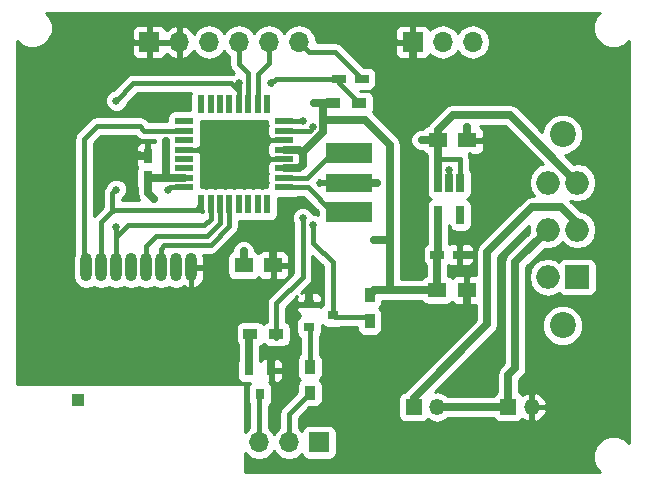
<source format=gbl>
G04 #@! TF.FileFunction,Copper,L2,Bot,Signal*
%FSLAX46Y46*%
G04 Gerber Fmt 4.6, Leading zero omitted, Abs format (unit mm)*
G04 Created by KiCad (PCBNEW 4.0.4-stable) date Thursday, September 28, 2017 'PMt' 10:00:37 PM*
%MOMM*%
%LPD*%
G01*
G04 APERTURE LIST*
%ADD10C,0.100000*%
%ADD11R,0.900000X0.800000*%
%ADD12R,0.800000X0.900000*%
%ADD13R,0.900000X1.200000*%
%ADD14R,1.200000X0.900000*%
%ADD15R,0.750000X1.200000*%
%ADD16R,1.700000X1.700000*%
%ADD17O,1.700000X1.700000*%
%ADD18R,1.600000X0.550000*%
%ADD19R,0.550000X1.600000*%
%ADD20R,0.650000X1.560000*%
%ADD21O,1.000000X2.400000*%
%ADD22R,1.000000X1.000000*%
%ADD23R,1.500000X1.250000*%
%ADD24R,1.200000X0.750000*%
%ADD25R,4.000000X1.700000*%
%ADD26R,4.000000X1.500000*%
%ADD27R,1.350000X1.350000*%
%ADD28O,1.350000X1.350000*%
%ADD29R,2.000000X2.000000*%
%ADD30O,2.000000X2.000000*%
%ADD31C,2.200000*%
%ADD32C,0.635000*%
%ADD33C,0.635000*%
%ADD34C,0.406400*%
%ADD35C,0.254000*%
%ADD36C,0.250000*%
G04 APERTURE END LIST*
D10*
D11*
X113547501Y-120002403D03*
X113547501Y-118102403D03*
X115547501Y-119052403D03*
D12*
X108445502Y-123699405D03*
X110345502Y-123699405D03*
X109395502Y-125699405D03*
D13*
X113600000Y-123400000D03*
X113600000Y-125600000D03*
D14*
X108566501Y-120610403D03*
X110766501Y-120610403D03*
D13*
X118666502Y-117310405D03*
X118666502Y-119510405D03*
D14*
X115600000Y-101100000D03*
X117800000Y-101100000D03*
D15*
X99900000Y-107450000D03*
X99900000Y-105550000D03*
D16*
X114380000Y-129800000D03*
D17*
X111840000Y-129800000D03*
X109300000Y-129800000D03*
D18*
X111450000Y-102600000D03*
X111450000Y-103400000D03*
X111450000Y-104200000D03*
X111450000Y-105000000D03*
X111450000Y-105800000D03*
X111450000Y-106600000D03*
X111450000Y-107400000D03*
X111450000Y-108200000D03*
D19*
X110000000Y-109650000D03*
X109200000Y-109650000D03*
X108400000Y-109650000D03*
X107600000Y-109650000D03*
X106800000Y-109650000D03*
X106000000Y-109650000D03*
X105200000Y-109650000D03*
X104400000Y-109650000D03*
D18*
X102950000Y-108200000D03*
X102950000Y-107400000D03*
X102950000Y-106600000D03*
X102950000Y-105800000D03*
X102950000Y-105000000D03*
X102950000Y-104200000D03*
X102950000Y-103400000D03*
X102950000Y-102600000D03*
D19*
X104400000Y-101150000D03*
X105200000Y-101150000D03*
X106000000Y-101150000D03*
X106800000Y-101150000D03*
X107600000Y-101150000D03*
X108400000Y-101150000D03*
X109200000Y-101150000D03*
X110000000Y-101150000D03*
D20*
X124450000Y-107850000D03*
X125400000Y-107850000D03*
X126350000Y-107850000D03*
X126350000Y-110550000D03*
X124450000Y-110550000D03*
D21*
X98465000Y-114970000D03*
X99735000Y-114970000D03*
X97195000Y-114970000D03*
X101005000Y-114970000D03*
X102275000Y-114970000D03*
X95925000Y-114970000D03*
X103545000Y-114970000D03*
X94655000Y-114970000D03*
D22*
X94000000Y-126170000D03*
D23*
X124450000Y-104200000D03*
X126950000Y-104200000D03*
X107999999Y-114800000D03*
X110499999Y-114800000D03*
D24*
X124400000Y-113900000D03*
X126300000Y-113900000D03*
D23*
X124399999Y-116900000D03*
X126899999Y-116900000D03*
D24*
X118000000Y-99000000D03*
X116100000Y-99000000D03*
D16*
X100000000Y-95900000D03*
D17*
X102540000Y-95900000D03*
X105080000Y-95900000D03*
X107620000Y-95900000D03*
X110160000Y-95900000D03*
X112700000Y-95900000D03*
D16*
X122300000Y-95900000D03*
D17*
X124840000Y-95900000D03*
X127380000Y-95900000D03*
D25*
X116900000Y-110300000D03*
D26*
X116900000Y-107800000D03*
D25*
X116900000Y-105300000D03*
D27*
X122400000Y-126800000D03*
D28*
X124400000Y-126800000D03*
D27*
X130400000Y-126800000D03*
D28*
X132400000Y-126800000D03*
D29*
X136250000Y-115800000D03*
D30*
X136250000Y-111800000D03*
X136250000Y-107800000D03*
X133750000Y-115800000D03*
X133750000Y-111800000D03*
X133750000Y-107800000D03*
D31*
X135000000Y-119900000D03*
X135000000Y-119900000D03*
X135000000Y-103700000D03*
D32*
X131300000Y-100500000D03*
X130300000Y-99500000D03*
X129300000Y-98500000D03*
X109000000Y-111400000D03*
X110500000Y-111400000D03*
X127300000Y-123700000D03*
X128100000Y-124600000D03*
X99100000Y-105500000D03*
X104300000Y-105000000D03*
X110100000Y-104200000D03*
X110100000Y-105800000D03*
X94300000Y-101700000D03*
X92200000Y-100800000D03*
X125400000Y-106723900D03*
X119300000Y-107800000D03*
X126900000Y-103100000D03*
X127400000Y-113900000D03*
X126900000Y-118000000D03*
X110400000Y-122700000D03*
X113500000Y-117200000D03*
X110500000Y-113700000D03*
X97220000Y-100853600D03*
X107600000Y-99400000D03*
X110300000Y-99400000D03*
X113900000Y-103100000D03*
X113900000Y-111400000D03*
X119000000Y-112700000D03*
X108000000Y-113600000D03*
X114000000Y-101100000D03*
X101400000Y-104300000D03*
X100400000Y-109200000D03*
X113000000Y-102600000D03*
X113000000Y-110800000D03*
X97200000Y-108400000D03*
X101600000Y-108400000D03*
X97200000Y-111600000D03*
X123065000Y-104200000D03*
D33*
X130300000Y-99500000D02*
X131300000Y-100500000D01*
X123415000Y-98500000D02*
X129300000Y-98500000D01*
X110500000Y-113700000D02*
X110500000Y-111400000D01*
X128100000Y-124600000D02*
X128100000Y-124500000D01*
X128100000Y-124500000D02*
X127300000Y-123700000D01*
X122300000Y-95900000D02*
X122300000Y-97385000D01*
X122300000Y-97385000D02*
X123415000Y-98500000D01*
X99900000Y-105550000D02*
X99150000Y-105550000D01*
X99150000Y-105550000D02*
X99100000Y-105500000D01*
D34*
X102950000Y-105000000D02*
X104300000Y-105000000D01*
X111450000Y-104200000D02*
X110100000Y-104200000D01*
X111450000Y-105800000D02*
X110100000Y-105800000D01*
X125400000Y-107850000D02*
X125400000Y-106723900D01*
D33*
X116900000Y-107800000D02*
X119300000Y-107800000D01*
X126950000Y-104200000D02*
X126950000Y-103150000D01*
X126950000Y-103150000D02*
X126900000Y-103100000D01*
X126300000Y-113900000D02*
X127400000Y-113900000D01*
X126899999Y-116900000D02*
X126899999Y-117999999D01*
X126899999Y-117999999D02*
X126900000Y-118000000D01*
X110345502Y-123699405D02*
X110345502Y-122754498D01*
X110345502Y-122754498D02*
X110400000Y-122700000D01*
X113547501Y-118102403D02*
X113547501Y-117247501D01*
X113547501Y-117247501D02*
X113500000Y-117200000D01*
X110499999Y-114800000D02*
X110499999Y-113700001D01*
X110499999Y-113700001D02*
X110500000Y-113700000D01*
X113547501Y-118102403D02*
X113497501Y-118102403D01*
D34*
X112700000Y-95900000D02*
X113549999Y-96749999D01*
X113549999Y-96749999D02*
X115749999Y-96749999D01*
X115749999Y-96749999D02*
X118000000Y-99000000D01*
X106900000Y-99400000D02*
X98673600Y-99400000D01*
X98673600Y-99400000D02*
X97220000Y-100853600D01*
X107500000Y-100000000D02*
X106900000Y-99400000D01*
X107600000Y-100000000D02*
X107600000Y-99400000D01*
X107600000Y-101150000D02*
X107600000Y-100000000D01*
X107600000Y-100000000D02*
X107500000Y-100000000D01*
X116100000Y-99000000D02*
X110700000Y-99000000D01*
X110700000Y-99000000D02*
X110300000Y-99400000D01*
X116100000Y-99000000D02*
X116100000Y-99400000D01*
X116100000Y-99400000D02*
X117800000Y-101100000D01*
X110336000Y-99436000D02*
X110300000Y-99400000D01*
X109300000Y-129800000D02*
X109300000Y-125794907D01*
X109300000Y-125794907D02*
X109395502Y-125699405D01*
X107631000Y-97790000D02*
X107631000Y-95885000D01*
X108400000Y-101110000D02*
X108400000Y-98559000D01*
X108400000Y-98559000D02*
X107631000Y-97790000D01*
X109200000Y-101110000D02*
X109200000Y-98634000D01*
X109200000Y-98634000D02*
X110171000Y-97663000D01*
X110171000Y-97663000D02*
X110171000Y-95885000D01*
X111450000Y-103400000D02*
X113600000Y-103400000D01*
X113600000Y-103400000D02*
X113900000Y-103100000D01*
X113900000Y-111400000D02*
X113900000Y-112900000D01*
X115547501Y-114547501D02*
X115547501Y-119052403D01*
X113900000Y-112900000D02*
X115547501Y-114547501D01*
X115547503Y-119052403D02*
X115705502Y-119210404D01*
X115705502Y-119210404D02*
X118366501Y-119210404D01*
X118366501Y-119210404D02*
X118666502Y-119510406D01*
X118666502Y-119660406D02*
X118666502Y-119510406D01*
X106000000Y-109650000D02*
X106000000Y-111200000D01*
X106000000Y-111200000D02*
X104900000Y-112300000D01*
X104900000Y-112300000D02*
X100600000Y-112300000D01*
X100600000Y-112300000D02*
X99735000Y-113165000D01*
X99735000Y-113165000D02*
X99735000Y-115570000D01*
X106800000Y-109650000D02*
X106800000Y-111500000D01*
X106800000Y-111500000D02*
X105200000Y-113100000D01*
X105200000Y-113100000D02*
X101300000Y-113100000D01*
X101300000Y-113100000D02*
X101005000Y-113395000D01*
X101005000Y-113395000D02*
X101005000Y-115570000D01*
X111750000Y-107410000D02*
X113390000Y-107410000D01*
X113390000Y-107410000D02*
X115477000Y-105323000D01*
X115477000Y-105323000D02*
X116902000Y-105323000D01*
X111750000Y-108210000D02*
X113410000Y-108210000D01*
X113410000Y-108210000D02*
X115523000Y-110323000D01*
X115523000Y-110323000D02*
X116902000Y-110323000D01*
D33*
X120400000Y-104600000D02*
X120400000Y-112700000D01*
X120400000Y-112700000D02*
X120400000Y-116700000D01*
X119000000Y-112700000D02*
X120400000Y-112700000D01*
X118700000Y-117276907D02*
X118666502Y-117310405D01*
X114738201Y-102500000D02*
X118300000Y-102500000D01*
X118300000Y-102500000D02*
X120400000Y-104600000D01*
X120400000Y-116700000D02*
X120200000Y-116900000D01*
X114738201Y-102500000D02*
X114738201Y-101238201D01*
X114738201Y-103502337D02*
X114738201Y-102500000D01*
X124399999Y-116900000D02*
X120200000Y-116900000D01*
X120200000Y-116900000D02*
X119076907Y-116900000D01*
X107999999Y-114800000D02*
X107999999Y-113600001D01*
X107999999Y-113600001D02*
X108000000Y-113600000D01*
X119076907Y-116900000D02*
X118666502Y-117310405D01*
X114000000Y-101100000D02*
X114600000Y-101100000D01*
X114600000Y-101100000D02*
X115600000Y-101100000D01*
X113000000Y-105287738D02*
X113000000Y-105240538D01*
X114738201Y-101238201D02*
X114600000Y-101100000D01*
X113000000Y-105240538D02*
X114738201Y-103502337D01*
X101400000Y-107400000D02*
X102950000Y-107400000D01*
X99950000Y-107400000D02*
X101400000Y-107400000D01*
X101400000Y-107400000D02*
X101400000Y-104300000D01*
X99900000Y-107450000D02*
X99900000Y-108700000D01*
X99900000Y-108700000D02*
X100400000Y-109200000D01*
X99900000Y-107450000D02*
X99950000Y-107400000D01*
X124400000Y-113900000D02*
X124400000Y-116899999D01*
X124400000Y-116899999D02*
X124399999Y-116900000D01*
X124450000Y-110550000D02*
X124450000Y-113850000D01*
X124450000Y-113850000D02*
X124400000Y-113900000D01*
X111500000Y-106600000D02*
X112712262Y-106600000D01*
X112712262Y-106600000D02*
X113000000Y-106312262D01*
X113000000Y-106312262D02*
X113000000Y-105287738D01*
X113000000Y-105287738D02*
X112712262Y-105000000D01*
X112712262Y-105000000D02*
X111500000Y-105000000D01*
D35*
X102235000Y-115570000D02*
X102119799Y-115454799D01*
D34*
X111840000Y-129800000D02*
X111840000Y-127360000D01*
X111840000Y-127360000D02*
X113600000Y-125600000D01*
X113600000Y-123400000D02*
X113600000Y-120054902D01*
X113600000Y-120054902D02*
X113547501Y-120002403D01*
D33*
X108445502Y-123699404D02*
X108445502Y-120569404D01*
X108445502Y-120569404D02*
X108506502Y-120508404D01*
D34*
X110766501Y-120610403D02*
X110766501Y-118033499D01*
X110766501Y-118033499D02*
X113000000Y-115800000D01*
X113000000Y-115800000D02*
X113000000Y-113006521D01*
X113000000Y-113006521D02*
X113000000Y-110800000D01*
X113000000Y-102600000D02*
X111500000Y-102600000D01*
X110706502Y-120508404D02*
X110706502Y-120930404D01*
X102950000Y-103400000D02*
X99600000Y-103400000D01*
X99600000Y-103400000D02*
X99200000Y-103000000D01*
X99200000Y-103000000D02*
X95600000Y-103000000D01*
X94500000Y-104100000D02*
X94500000Y-115415000D01*
X95600000Y-103000000D02*
X94500000Y-104100000D01*
X94500000Y-115415000D02*
X94655000Y-115570000D01*
X97000000Y-110100000D02*
X96800000Y-110300000D01*
X96800000Y-110300000D02*
X95925000Y-111175000D01*
X97200000Y-108400000D02*
X96882501Y-108717499D01*
X96882501Y-108717499D02*
X96882501Y-110217499D01*
X96882501Y-110217499D02*
X96800000Y-110300000D01*
X97600000Y-110100000D02*
X97200000Y-110100000D01*
X97200000Y-110100000D02*
X97000000Y-110100000D01*
X95925000Y-111175000D02*
X95925000Y-115570000D01*
X97550988Y-110100000D02*
X97600000Y-110100000D01*
X104400000Y-109650000D02*
X103950000Y-110100000D01*
X103950000Y-110100000D02*
X97600000Y-110100000D01*
X104450000Y-110185000D02*
X104365000Y-110100000D01*
X102950000Y-108200000D02*
X101800000Y-108200000D01*
X101800000Y-108200000D02*
X101600000Y-108400000D01*
X105200000Y-109650000D02*
X105200000Y-110856400D01*
X105200000Y-110856400D02*
X104656400Y-111400000D01*
X104656400Y-111400000D02*
X98200000Y-111400000D01*
X98200000Y-111400000D02*
X97195000Y-112405000D01*
X97195000Y-112405000D02*
X97195000Y-112605000D01*
X97200000Y-111600000D02*
X97200000Y-112049012D01*
X97195000Y-112054012D02*
X97195000Y-112605000D01*
X97200000Y-112049012D02*
X97195000Y-112054012D01*
X97195000Y-112605000D02*
X97195000Y-115570000D01*
D33*
X136250000Y-107800000D02*
X130550000Y-102100000D01*
X130550000Y-102100000D02*
X125700000Y-102100000D01*
X125700000Y-102100000D02*
X124450000Y-103350000D01*
X124450000Y-103350000D02*
X124450000Y-104200000D01*
X124450000Y-107850000D02*
X124450000Y-106000000D01*
D34*
X126350000Y-107850000D02*
X126350000Y-105850000D01*
X126350000Y-105850000D02*
X126300000Y-105800000D01*
X126300000Y-105800000D02*
X124650000Y-105800000D01*
X124650000Y-105800000D02*
X124450000Y-106000000D01*
D33*
X124450000Y-104200000D02*
X123065000Y-104200000D01*
X124450000Y-106000000D02*
X124450000Y-104200000D01*
X136250000Y-111800000D02*
X136250000Y-111250000D01*
X136250000Y-111250000D02*
X134900000Y-109900000D01*
X128600000Y-119800000D02*
X122400000Y-126000000D01*
X134900000Y-109900000D02*
X132400000Y-109900000D01*
X122400000Y-126000000D02*
X122400000Y-126800000D01*
X132400000Y-109900000D02*
X128600000Y-113700000D01*
X128600000Y-113700000D02*
X128600000Y-119800000D01*
X133750000Y-111800000D02*
X131000000Y-114550000D01*
X131000000Y-114550000D02*
X131000000Y-123500000D01*
X131000000Y-123500000D02*
X130400000Y-124100000D01*
X130400000Y-124100000D02*
X130400000Y-125490000D01*
X130400000Y-125490000D02*
X130400000Y-126800000D01*
X130400000Y-126800000D02*
X128700000Y-126800000D01*
X128700000Y-126800000D02*
X124400000Y-126800000D01*
D36*
G36*
X137838469Y-93721590D02*
X137575300Y-94355371D01*
X137574701Y-95041618D01*
X137836763Y-95675858D01*
X138321590Y-96161531D01*
X138955371Y-96424700D01*
X139641618Y-96425299D01*
X140275858Y-96163237D01*
X140600000Y-95839660D01*
X140600000Y-129860620D01*
X140278410Y-129538469D01*
X139644629Y-129275300D01*
X138958382Y-129274701D01*
X138324142Y-129536763D01*
X137838469Y-130021590D01*
X137575300Y-130655371D01*
X137574701Y-131341618D01*
X137836763Y-131975858D01*
X138160340Y-132300000D01*
X108125000Y-132300000D01*
X108125000Y-130674302D01*
X108257017Y-130871880D01*
X108735542Y-131191619D01*
X109300000Y-131303897D01*
X109864458Y-131191619D01*
X110342983Y-130871880D01*
X110570000Y-130532124D01*
X110797017Y-130871880D01*
X111275542Y-131191619D01*
X111840000Y-131303897D01*
X112404458Y-131191619D01*
X112882983Y-130871880D01*
X112923185Y-130811714D01*
X112936337Y-130881611D01*
X113073219Y-131094332D01*
X113282076Y-131237038D01*
X113530000Y-131287244D01*
X115230000Y-131287244D01*
X115461611Y-131243663D01*
X115674332Y-131106781D01*
X115817038Y-130897924D01*
X115867244Y-130650000D01*
X115867244Y-128950000D01*
X115823663Y-128718389D01*
X115686781Y-128505668D01*
X115477924Y-128362962D01*
X115230000Y-128312756D01*
X113530000Y-128312756D01*
X113298389Y-128356337D01*
X113085668Y-128493219D01*
X112942962Y-128702076D01*
X112924965Y-128790950D01*
X112882983Y-128728120D01*
X112668200Y-128584607D01*
X112668200Y-127703052D01*
X113534008Y-126837244D01*
X114050000Y-126837244D01*
X114281611Y-126793663D01*
X114494332Y-126656781D01*
X114637038Y-126447924D01*
X114687244Y-126200000D01*
X114687244Y-125000000D01*
X114643663Y-124768389D01*
X114506781Y-124555668D01*
X114426210Y-124500616D01*
X114494332Y-124456781D01*
X114637038Y-124247924D01*
X114687244Y-124000000D01*
X114687244Y-122800000D01*
X114643663Y-122568389D01*
X114506781Y-122355668D01*
X114428200Y-122301976D01*
X114428200Y-120867957D01*
X114441833Y-120859184D01*
X114584539Y-120650327D01*
X114634745Y-120402403D01*
X114634745Y-119887450D01*
X114640720Y-119896735D01*
X114849577Y-120039441D01*
X115097501Y-120089647D01*
X115997501Y-120089647D01*
X116229112Y-120046066D01*
X116240708Y-120038604D01*
X117579258Y-120038604D01*
X117579258Y-120110405D01*
X117622839Y-120342016D01*
X117759721Y-120554737D01*
X117968578Y-120697443D01*
X118216502Y-120747649D01*
X119116502Y-120747649D01*
X119348113Y-120704068D01*
X119560834Y-120567186D01*
X119703540Y-120358329D01*
X119753746Y-120110405D01*
X119753746Y-118910405D01*
X119710165Y-118678794D01*
X119573283Y-118466073D01*
X119492712Y-118411021D01*
X119560834Y-118367186D01*
X119703540Y-118158329D01*
X119753746Y-117910405D01*
X119753746Y-117842500D01*
X123111604Y-117842500D01*
X123193218Y-117969332D01*
X123402075Y-118112038D01*
X123649999Y-118162244D01*
X125149999Y-118162244D01*
X125381610Y-118118663D01*
X125594331Y-117981781D01*
X125646518Y-117905402D01*
X125795965Y-118054850D01*
X126025679Y-118150000D01*
X126618749Y-118150000D01*
X126774999Y-117993750D01*
X126774999Y-117025000D01*
X126754999Y-117025000D01*
X126754999Y-116775000D01*
X126774999Y-116775000D01*
X126774999Y-115806250D01*
X126618749Y-115650000D01*
X126025679Y-115650000D01*
X125795965Y-115745150D01*
X125647370Y-115893746D01*
X125606780Y-115830668D01*
X125397923Y-115687962D01*
X125342500Y-115676739D01*
X125342500Y-114801384D01*
X125345966Y-114804850D01*
X125575680Y-114900000D01*
X126018750Y-114900000D01*
X126175000Y-114743750D01*
X126175000Y-114025000D01*
X126425000Y-114025000D01*
X126425000Y-114743750D01*
X126581250Y-114900000D01*
X127024320Y-114900000D01*
X127254034Y-114804850D01*
X127429849Y-114629034D01*
X127525000Y-114399320D01*
X127525000Y-114181250D01*
X127368750Y-114025000D01*
X126425000Y-114025000D01*
X126175000Y-114025000D01*
X126155000Y-114025000D01*
X126155000Y-113775000D01*
X126175000Y-113775000D01*
X126175000Y-113056250D01*
X126425000Y-113056250D01*
X126425000Y-113775000D01*
X127368750Y-113775000D01*
X127525000Y-113618750D01*
X127525000Y-113400680D01*
X127429849Y-113170966D01*
X127254034Y-112995150D01*
X127024320Y-112900000D01*
X126581250Y-112900000D01*
X126425000Y-113056250D01*
X126175000Y-113056250D01*
X126018750Y-112900000D01*
X125575680Y-112900000D01*
X125392500Y-112975875D01*
X125392500Y-111427499D01*
X125399551Y-111392682D01*
X125431337Y-111561611D01*
X125568219Y-111774332D01*
X125777076Y-111917038D01*
X126025000Y-111967244D01*
X126675000Y-111967244D01*
X126906611Y-111923663D01*
X127119332Y-111786781D01*
X127262038Y-111577924D01*
X127312244Y-111330000D01*
X127312244Y-109770000D01*
X127268663Y-109538389D01*
X127131781Y-109325668D01*
X126945689Y-109198517D01*
X127119332Y-109086781D01*
X127262038Y-108877924D01*
X127312244Y-108630000D01*
X127312244Y-107070000D01*
X127268663Y-106838389D01*
X127178200Y-106697805D01*
X127178200Y-105850000D01*
X127115157Y-105533062D01*
X127059657Y-105450000D01*
X127075002Y-105450000D01*
X127075002Y-105293752D01*
X127231250Y-105450000D01*
X127824320Y-105450000D01*
X128054034Y-105354850D01*
X128229849Y-105179034D01*
X128325000Y-104949320D01*
X128325000Y-104481250D01*
X128168750Y-104325000D01*
X127075000Y-104325000D01*
X127075000Y-104345000D01*
X126825000Y-104345000D01*
X126825000Y-104325000D01*
X126805000Y-104325000D01*
X126805000Y-104075000D01*
X126825000Y-104075000D01*
X126825000Y-104055000D01*
X127075000Y-104055000D01*
X127075000Y-104075000D01*
X128168750Y-104075000D01*
X128325000Y-103918750D01*
X128325000Y-103450680D01*
X128229849Y-103220966D01*
X128054034Y-103045150D01*
X128047636Y-103042500D01*
X130159604Y-103042500D01*
X133341520Y-106224416D01*
X133128139Y-106266860D01*
X132600951Y-106619115D01*
X132248696Y-107146303D01*
X132125000Y-107768164D01*
X132125000Y-107831836D01*
X132248696Y-108453697D01*
X132585326Y-108957500D01*
X132400000Y-108957500D01*
X132039321Y-109029244D01*
X131733552Y-109233552D01*
X127933552Y-113033552D01*
X127729244Y-113339321D01*
X127657500Y-113700000D01*
X127657500Y-115650000D01*
X127181249Y-115650000D01*
X127024999Y-115806250D01*
X127024999Y-116775000D01*
X127044999Y-116775000D01*
X127044999Y-117025000D01*
X127024999Y-117025000D01*
X127024999Y-117993750D01*
X127181249Y-118150000D01*
X127657500Y-118150000D01*
X127657500Y-119409604D01*
X121733552Y-125333552D01*
X121616929Y-125508091D01*
X121493389Y-125531337D01*
X121280668Y-125668219D01*
X121137962Y-125877076D01*
X121087756Y-126125000D01*
X121087756Y-127475000D01*
X121131337Y-127706611D01*
X121268219Y-127919332D01*
X121477076Y-128062038D01*
X121725000Y-128112244D01*
X123075000Y-128112244D01*
X123306611Y-128068663D01*
X123519332Y-127931781D01*
X123594999Y-127821039D01*
X123902512Y-128026512D01*
X124400000Y-128125469D01*
X124897488Y-128026512D01*
X125319239Y-127744708D01*
X125320714Y-127742500D01*
X129154431Y-127742500D01*
X129268219Y-127919332D01*
X129477076Y-128062038D01*
X129725000Y-128112244D01*
X131075000Y-128112244D01*
X131306611Y-128068663D01*
X131519332Y-127931781D01*
X131607959Y-127802071D01*
X131740540Y-127920330D01*
X132074117Y-128058491D01*
X132275000Y-127936899D01*
X132275000Y-126925000D01*
X132525000Y-126925000D01*
X132525000Y-127936899D01*
X132725883Y-128058491D01*
X133059460Y-127920330D01*
X133437993Y-127582686D01*
X133658502Y-127125885D01*
X133537737Y-126925000D01*
X132525000Y-126925000D01*
X132275000Y-126925000D01*
X132255000Y-126925000D01*
X132255000Y-126675000D01*
X132275000Y-126675000D01*
X132275000Y-125663101D01*
X132525000Y-125663101D01*
X132525000Y-126675000D01*
X133537737Y-126675000D01*
X133658502Y-126474115D01*
X133437993Y-126017314D01*
X133059460Y-125679670D01*
X132725883Y-125541509D01*
X132525000Y-125663101D01*
X132275000Y-125663101D01*
X132074117Y-125541509D01*
X131740540Y-125679670D01*
X131607500Y-125798339D01*
X131531781Y-125680668D01*
X131342500Y-125551338D01*
X131342500Y-124490396D01*
X131666448Y-124166448D01*
X131870756Y-123860679D01*
X131942500Y-123500000D01*
X131942500Y-120241618D01*
X133274701Y-120241618D01*
X133536763Y-120875858D01*
X134021590Y-121361531D01*
X134655371Y-121624700D01*
X135341618Y-121625299D01*
X135975858Y-121363237D01*
X136461531Y-120878410D01*
X136724700Y-120244629D01*
X136725299Y-119558382D01*
X136463237Y-118924142D01*
X135978410Y-118438469D01*
X135344629Y-118175300D01*
X134658382Y-118174701D01*
X134024142Y-118436763D01*
X133538469Y-118921590D01*
X133275300Y-119555371D01*
X133274701Y-120241618D01*
X131942500Y-120241618D01*
X131942500Y-115768164D01*
X132125000Y-115768164D01*
X132125000Y-115831836D01*
X132248696Y-116453697D01*
X132600951Y-116980885D01*
X133128139Y-117333140D01*
X133750000Y-117456836D01*
X134371861Y-117333140D01*
X134706489Y-117109549D01*
X134793219Y-117244332D01*
X135002076Y-117387038D01*
X135250000Y-117437244D01*
X137250000Y-117437244D01*
X137481611Y-117393663D01*
X137694332Y-117256781D01*
X137837038Y-117047924D01*
X137887244Y-116800000D01*
X137887244Y-114800000D01*
X137843663Y-114568389D01*
X137706781Y-114355668D01*
X137497924Y-114212962D01*
X137250000Y-114162756D01*
X135250000Y-114162756D01*
X135018389Y-114206337D01*
X134805668Y-114343219D01*
X134705514Y-114489799D01*
X134371861Y-114266860D01*
X133750000Y-114143164D01*
X133128139Y-114266860D01*
X132600951Y-114619115D01*
X132248696Y-115146303D01*
X132125000Y-115768164D01*
X131942500Y-115768164D01*
X131942500Y-114940396D01*
X133479805Y-113403091D01*
X133750000Y-113456836D01*
X134371861Y-113333140D01*
X134899049Y-112980885D01*
X135000000Y-112829801D01*
X135100951Y-112980885D01*
X135628139Y-113333140D01*
X136250000Y-113456836D01*
X136871861Y-113333140D01*
X137399049Y-112980885D01*
X137751304Y-112453697D01*
X137875000Y-111831836D01*
X137875000Y-111768164D01*
X137751304Y-111146303D01*
X137399049Y-110619115D01*
X136871861Y-110266860D01*
X136532191Y-110199295D01*
X135675446Y-109342550D01*
X136250000Y-109456836D01*
X136871861Y-109333140D01*
X137399049Y-108980885D01*
X137751304Y-108453697D01*
X137875000Y-107831836D01*
X137875000Y-107768164D01*
X137751304Y-107146303D01*
X137399049Y-106619115D01*
X136871861Y-106266860D01*
X136250000Y-106143164D01*
X135979805Y-106196909D01*
X135208078Y-105425182D01*
X135341618Y-105425299D01*
X135975858Y-105163237D01*
X136461531Y-104678410D01*
X136724700Y-104044629D01*
X136725299Y-103358382D01*
X136463237Y-102724142D01*
X135978410Y-102238469D01*
X135344629Y-101975300D01*
X134658382Y-101974701D01*
X134024142Y-102236763D01*
X133538469Y-102721590D01*
X133275300Y-103355371D01*
X133275180Y-103492284D01*
X131216448Y-101433552D01*
X130910679Y-101229244D01*
X130550000Y-101157500D01*
X125700000Y-101157500D01*
X125339321Y-101229244D01*
X125033552Y-101433552D01*
X123783552Y-102683552D01*
X123601288Y-102956330D01*
X123468389Y-102981337D01*
X123255668Y-103118219D01*
X123160501Y-103257500D01*
X123065822Y-103257500D01*
X122878348Y-103257336D01*
X122531814Y-103400521D01*
X122266453Y-103665419D01*
X122122664Y-104011703D01*
X122122336Y-104386652D01*
X122265521Y-104733186D01*
X122530419Y-104998547D01*
X122876703Y-105142336D01*
X123161660Y-105142585D01*
X123243219Y-105269332D01*
X123452076Y-105412038D01*
X123507500Y-105423262D01*
X123507500Y-106972501D01*
X123487756Y-107070000D01*
X123487756Y-108630000D01*
X123531337Y-108861611D01*
X123668219Y-109074332D01*
X123854311Y-109201483D01*
X123680668Y-109313219D01*
X123537962Y-109522076D01*
X123487756Y-109770000D01*
X123487756Y-111330000D01*
X123507500Y-111434929D01*
X123507500Y-112970518D01*
X123355668Y-113068219D01*
X123212962Y-113277076D01*
X123162756Y-113525000D01*
X123162756Y-114275000D01*
X123206337Y-114506611D01*
X123343219Y-114719332D01*
X123457500Y-114797417D01*
X123457500Y-115673978D01*
X123418388Y-115681337D01*
X123205667Y-115818219D01*
X123110500Y-115957500D01*
X121342500Y-115957500D01*
X121342500Y-104600000D01*
X121270756Y-104239321D01*
X121066448Y-103933552D01*
X118966448Y-101833552D01*
X118963871Y-101831830D01*
X118987038Y-101797924D01*
X119037244Y-101550000D01*
X119037244Y-100650000D01*
X118993663Y-100418389D01*
X118856781Y-100205668D01*
X118647924Y-100062962D01*
X118400000Y-100012756D01*
X117884008Y-100012756D01*
X117883496Y-100012244D01*
X118600000Y-100012244D01*
X118831611Y-99968663D01*
X119044332Y-99831781D01*
X119187038Y-99622924D01*
X119237244Y-99375000D01*
X119237244Y-98625000D01*
X119193663Y-98393389D01*
X119056781Y-98180668D01*
X118847924Y-98037962D01*
X118600000Y-97987756D01*
X118159008Y-97987756D01*
X116352502Y-96181250D01*
X120825000Y-96181250D01*
X120825000Y-96874320D01*
X120920150Y-97104034D01*
X121095966Y-97279849D01*
X121325680Y-97375000D01*
X122018750Y-97375000D01*
X122175000Y-97218750D01*
X122175000Y-96025000D01*
X120981250Y-96025000D01*
X120825000Y-96181250D01*
X116352502Y-96181250D01*
X116335625Y-96164373D01*
X116066938Y-95984842D01*
X115749999Y-95921799D01*
X114175000Y-95921799D01*
X114175000Y-95871103D01*
X114062722Y-95306645D01*
X113808171Y-94925680D01*
X120825000Y-94925680D01*
X120825000Y-95618750D01*
X120981250Y-95775000D01*
X122175000Y-95775000D01*
X122175000Y-94581250D01*
X122425000Y-94581250D01*
X122425000Y-95775000D01*
X122445000Y-95775000D01*
X122445000Y-96025000D01*
X122425000Y-96025000D01*
X122425000Y-97218750D01*
X122581250Y-97375000D01*
X123274320Y-97375000D01*
X123504034Y-97279849D01*
X123679850Y-97104034D01*
X123758479Y-96914204D01*
X123797017Y-96971880D01*
X124275542Y-97291619D01*
X124840000Y-97403897D01*
X125404458Y-97291619D01*
X125882983Y-96971880D01*
X126110000Y-96632124D01*
X126337017Y-96971880D01*
X126815542Y-97291619D01*
X127380000Y-97403897D01*
X127944458Y-97291619D01*
X128422983Y-96971880D01*
X128742722Y-96493355D01*
X128855000Y-95928897D01*
X128855000Y-95871103D01*
X128742722Y-95306645D01*
X128422983Y-94828120D01*
X127944458Y-94508381D01*
X127380000Y-94396103D01*
X126815542Y-94508381D01*
X126337017Y-94828120D01*
X126110000Y-95167876D01*
X125882983Y-94828120D01*
X125404458Y-94508381D01*
X124840000Y-94396103D01*
X124275542Y-94508381D01*
X123797017Y-94828120D01*
X123758479Y-94885796D01*
X123679850Y-94695966D01*
X123504034Y-94520151D01*
X123274320Y-94425000D01*
X122581250Y-94425000D01*
X122425000Y-94581250D01*
X122175000Y-94581250D01*
X122018750Y-94425000D01*
X121325680Y-94425000D01*
X121095966Y-94520151D01*
X120920150Y-94695966D01*
X120825000Y-94925680D01*
X113808171Y-94925680D01*
X113742983Y-94828120D01*
X113264458Y-94508381D01*
X112700000Y-94396103D01*
X112135542Y-94508381D01*
X111657017Y-94828120D01*
X111430000Y-95167876D01*
X111202983Y-94828120D01*
X110724458Y-94508381D01*
X110160000Y-94396103D01*
X109595542Y-94508381D01*
X109117017Y-94828120D01*
X108890000Y-95167876D01*
X108662983Y-94828120D01*
X108184458Y-94508381D01*
X107620000Y-94396103D01*
X107055542Y-94508381D01*
X106577017Y-94828120D01*
X106350000Y-95167876D01*
X106122983Y-94828120D01*
X105644458Y-94508381D01*
X105080000Y-94396103D01*
X104515542Y-94508381D01*
X104037017Y-94828120D01*
X103800915Y-95181473D01*
X103727815Y-95025503D01*
X103302742Y-94637513D01*
X102893372Y-94467955D01*
X102665000Y-94587188D01*
X102665000Y-95775000D01*
X102685000Y-95775000D01*
X102685000Y-96025000D01*
X102665000Y-96025000D01*
X102665000Y-97212812D01*
X102893372Y-97332045D01*
X103302742Y-97162487D01*
X103727815Y-96774497D01*
X103800915Y-96618527D01*
X104037017Y-96971880D01*
X104515542Y-97291619D01*
X105080000Y-97403897D01*
X105644458Y-97291619D01*
X106122983Y-96971880D01*
X106350000Y-96632124D01*
X106577017Y-96971880D01*
X106802800Y-97122743D01*
X106802800Y-97790000D01*
X106865843Y-98106939D01*
X107045374Y-98375626D01*
X107210782Y-98541034D01*
X107066814Y-98600521D01*
X107063088Y-98604240D01*
X106900000Y-98571800D01*
X98673600Y-98571800D01*
X98356661Y-98634843D01*
X98087974Y-98814374D01*
X96961883Y-99940465D01*
X96686814Y-100054121D01*
X96421453Y-100319019D01*
X96277664Y-100665303D01*
X96277336Y-101040252D01*
X96420521Y-101386786D01*
X96685419Y-101652147D01*
X97031703Y-101795936D01*
X97406652Y-101796264D01*
X97753186Y-101653079D01*
X98018547Y-101388181D01*
X98133493Y-101111359D01*
X99016652Y-100228200D01*
X103512421Y-100228200D01*
X103487756Y-100350000D01*
X103487756Y-101687756D01*
X102150000Y-101687756D01*
X101918389Y-101731337D01*
X101705668Y-101868219D01*
X101562962Y-102077076D01*
X101512756Y-102325000D01*
X101512756Y-102571800D01*
X99943052Y-102571800D01*
X99785626Y-102414374D01*
X99516939Y-102234843D01*
X99200000Y-102171800D01*
X95600000Y-102171800D01*
X95283061Y-102234843D01*
X95014374Y-102414374D01*
X93914374Y-103514374D01*
X93734843Y-103783061D01*
X93707853Y-103918750D01*
X93671800Y-104100000D01*
X93671800Y-113719672D01*
X93615636Y-113803727D01*
X93530000Y-114234246D01*
X93530000Y-115705754D01*
X93615636Y-116136273D01*
X93859505Y-116501249D01*
X94224481Y-116745118D01*
X94655000Y-116830754D01*
X95085519Y-116745118D01*
X95290000Y-116608488D01*
X95494481Y-116745118D01*
X95925000Y-116830754D01*
X96355519Y-116745118D01*
X96560000Y-116608488D01*
X96764481Y-116745118D01*
X97195000Y-116830754D01*
X97625519Y-116745118D01*
X97830000Y-116608488D01*
X98034481Y-116745118D01*
X98465000Y-116830754D01*
X98895519Y-116745118D01*
X99100000Y-116608488D01*
X99304481Y-116745118D01*
X99735000Y-116830754D01*
X100165519Y-116745118D01*
X100370000Y-116608488D01*
X100574481Y-116745118D01*
X101005000Y-116830754D01*
X101435519Y-116745118D01*
X101640000Y-116608488D01*
X101844481Y-116745118D01*
X102275000Y-116830754D01*
X102705519Y-116745118D01*
X102926538Y-116597438D01*
X103246640Y-116754715D01*
X103420000Y-116630652D01*
X103420000Y-115095000D01*
X103670000Y-115095000D01*
X103670000Y-116630652D01*
X103843360Y-116754715D01*
X104252107Y-116553884D01*
X104536529Y-116216004D01*
X104670000Y-115795000D01*
X104670000Y-115095000D01*
X103670000Y-115095000D01*
X103420000Y-115095000D01*
X103400000Y-115095000D01*
X103400000Y-114845000D01*
X103420000Y-114845000D01*
X103420000Y-114825000D01*
X103670000Y-114825000D01*
X103670000Y-114845000D01*
X104670000Y-114845000D01*
X104670000Y-114175000D01*
X106612755Y-114175000D01*
X106612755Y-115425000D01*
X106656336Y-115656611D01*
X106793218Y-115869332D01*
X107002075Y-116012038D01*
X107249999Y-116062244D01*
X108749999Y-116062244D01*
X108981610Y-116018663D01*
X109194331Y-115881781D01*
X109246518Y-115805402D01*
X109395965Y-115954850D01*
X109625679Y-116050000D01*
X110218749Y-116050000D01*
X110374999Y-115893750D01*
X110374999Y-114925000D01*
X110624999Y-114925000D01*
X110624999Y-115893750D01*
X110781249Y-116050000D01*
X111374319Y-116050000D01*
X111604033Y-115954850D01*
X111779848Y-115779034D01*
X111874999Y-115549320D01*
X111874999Y-115081250D01*
X111718749Y-114925000D01*
X110624999Y-114925000D01*
X110374999Y-114925000D01*
X110354999Y-114925000D01*
X110354999Y-114675000D01*
X110374999Y-114675000D01*
X110374999Y-113706250D01*
X110624999Y-113706250D01*
X110624999Y-114675000D01*
X111718749Y-114675000D01*
X111874999Y-114518750D01*
X111874999Y-114050680D01*
X111779848Y-113820966D01*
X111604033Y-113645150D01*
X111374319Y-113550000D01*
X110781249Y-113550000D01*
X110624999Y-113706250D01*
X110374999Y-113706250D01*
X110218749Y-113550000D01*
X109625679Y-113550000D01*
X109395965Y-113645150D01*
X109247370Y-113793746D01*
X109206780Y-113730668D01*
X108997923Y-113587962D01*
X108942521Y-113576743D01*
X108942664Y-113413348D01*
X108799479Y-113066814D01*
X108534581Y-112801453D01*
X108188297Y-112657664D01*
X107813348Y-112657336D01*
X107466814Y-112800521D01*
X107201453Y-113065419D01*
X107057664Y-113411703D01*
X107057522Y-113573973D01*
X107018388Y-113581337D01*
X106805667Y-113718219D01*
X106662961Y-113927076D01*
X106612755Y-114175000D01*
X104670000Y-114175000D01*
X104670000Y-114145000D01*
X104601268Y-113928200D01*
X105200000Y-113928200D01*
X105516939Y-113865157D01*
X105785626Y-113685626D01*
X107385626Y-112085626D01*
X107565157Y-111816938D01*
X107628200Y-111500000D01*
X107628200Y-111087244D01*
X107875000Y-111087244D01*
X108004589Y-111062860D01*
X108125000Y-111087244D01*
X108675000Y-111087244D01*
X108804589Y-111062860D01*
X108925000Y-111087244D01*
X109475000Y-111087244D01*
X109604589Y-111062860D01*
X109725000Y-111087244D01*
X110275000Y-111087244D01*
X110506611Y-111043663D01*
X110719332Y-110906781D01*
X110862038Y-110697924D01*
X110912244Y-110450000D01*
X110912244Y-109112244D01*
X112250000Y-109112244D01*
X112481611Y-109068663D01*
X112528952Y-109038200D01*
X113066948Y-109038200D01*
X114262756Y-110234008D01*
X114262756Y-110530105D01*
X114088297Y-110457664D01*
X113878261Y-110457480D01*
X113799479Y-110266814D01*
X113534581Y-110001453D01*
X113188297Y-109857664D01*
X112813348Y-109857336D01*
X112466814Y-110000521D01*
X112201453Y-110265419D01*
X112057664Y-110611703D01*
X112057336Y-110986652D01*
X112171800Y-111263676D01*
X112171800Y-115456948D01*
X110180875Y-117447873D01*
X110001344Y-117716560D01*
X109990564Y-117770755D01*
X109938301Y-118033499D01*
X109938301Y-119566098D01*
X109934890Y-119566740D01*
X109722169Y-119703622D01*
X109667117Y-119784193D01*
X109623282Y-119716071D01*
X109414425Y-119573365D01*
X109166501Y-119523159D01*
X107966501Y-119523159D01*
X107734890Y-119566740D01*
X107522169Y-119703622D01*
X107379463Y-119912479D01*
X107329257Y-120160403D01*
X107329257Y-121060403D01*
X107372838Y-121292014D01*
X107503002Y-121494295D01*
X107503002Y-122936298D01*
X107458464Y-123001481D01*
X107408258Y-123249405D01*
X107408258Y-124149405D01*
X107451839Y-124381016D01*
X107588721Y-124593737D01*
X107797578Y-124736443D01*
X108045502Y-124786649D01*
X108560455Y-124786649D01*
X108551170Y-124792624D01*
X108408464Y-125001481D01*
X108358258Y-125249405D01*
X108358258Y-126149405D01*
X108401839Y-126381016D01*
X108471800Y-126489739D01*
X108471800Y-128584607D01*
X108257017Y-128728120D01*
X108125000Y-128925698D01*
X108125000Y-125000000D01*
X108116451Y-124954568D01*
X108089601Y-124912841D01*
X108048632Y-124884848D01*
X108000000Y-124875000D01*
X88800000Y-124875000D01*
X88800000Y-95839380D01*
X89121590Y-96161531D01*
X89755371Y-96424700D01*
X90441618Y-96425299D01*
X91032263Y-96181250D01*
X98525000Y-96181250D01*
X98525000Y-96874320D01*
X98620150Y-97104034D01*
X98795966Y-97279849D01*
X99025680Y-97375000D01*
X99718750Y-97375000D01*
X99875000Y-97218750D01*
X99875000Y-96025000D01*
X100125000Y-96025000D01*
X100125000Y-97218750D01*
X100281250Y-97375000D01*
X100974320Y-97375000D01*
X101204034Y-97279849D01*
X101379850Y-97104034D01*
X101471310Y-96883229D01*
X101777258Y-97162487D01*
X102186628Y-97332045D01*
X102415000Y-97212812D01*
X102415000Y-96025000D01*
X100125000Y-96025000D01*
X99875000Y-96025000D01*
X98681250Y-96025000D01*
X98525000Y-96181250D01*
X91032263Y-96181250D01*
X91075858Y-96163237D01*
X91561531Y-95678410D01*
X91824700Y-95044629D01*
X91824803Y-94925680D01*
X98525000Y-94925680D01*
X98525000Y-95618750D01*
X98681250Y-95775000D01*
X99875000Y-95775000D01*
X99875000Y-94581250D01*
X100125000Y-94581250D01*
X100125000Y-95775000D01*
X102415000Y-95775000D01*
X102415000Y-94587188D01*
X102186628Y-94467955D01*
X101777258Y-94637513D01*
X101471310Y-94916771D01*
X101379850Y-94695966D01*
X101204034Y-94520151D01*
X100974320Y-94425000D01*
X100281250Y-94425000D01*
X100125000Y-94581250D01*
X99875000Y-94581250D01*
X99718750Y-94425000D01*
X99025680Y-94425000D01*
X98795966Y-94520151D01*
X98620150Y-94695966D01*
X98525000Y-94925680D01*
X91824803Y-94925680D01*
X91825299Y-94358382D01*
X91563237Y-93724142D01*
X91239660Y-93400000D01*
X138160620Y-93400000D01*
X137838469Y-93721590D01*
X137838469Y-93721590D01*
G37*
X137838469Y-93721590D02*
X137575300Y-94355371D01*
X137574701Y-95041618D01*
X137836763Y-95675858D01*
X138321590Y-96161531D01*
X138955371Y-96424700D01*
X139641618Y-96425299D01*
X140275858Y-96163237D01*
X140600000Y-95839660D01*
X140600000Y-129860620D01*
X140278410Y-129538469D01*
X139644629Y-129275300D01*
X138958382Y-129274701D01*
X138324142Y-129536763D01*
X137838469Y-130021590D01*
X137575300Y-130655371D01*
X137574701Y-131341618D01*
X137836763Y-131975858D01*
X138160340Y-132300000D01*
X108125000Y-132300000D01*
X108125000Y-130674302D01*
X108257017Y-130871880D01*
X108735542Y-131191619D01*
X109300000Y-131303897D01*
X109864458Y-131191619D01*
X110342983Y-130871880D01*
X110570000Y-130532124D01*
X110797017Y-130871880D01*
X111275542Y-131191619D01*
X111840000Y-131303897D01*
X112404458Y-131191619D01*
X112882983Y-130871880D01*
X112923185Y-130811714D01*
X112936337Y-130881611D01*
X113073219Y-131094332D01*
X113282076Y-131237038D01*
X113530000Y-131287244D01*
X115230000Y-131287244D01*
X115461611Y-131243663D01*
X115674332Y-131106781D01*
X115817038Y-130897924D01*
X115867244Y-130650000D01*
X115867244Y-128950000D01*
X115823663Y-128718389D01*
X115686781Y-128505668D01*
X115477924Y-128362962D01*
X115230000Y-128312756D01*
X113530000Y-128312756D01*
X113298389Y-128356337D01*
X113085668Y-128493219D01*
X112942962Y-128702076D01*
X112924965Y-128790950D01*
X112882983Y-128728120D01*
X112668200Y-128584607D01*
X112668200Y-127703052D01*
X113534008Y-126837244D01*
X114050000Y-126837244D01*
X114281611Y-126793663D01*
X114494332Y-126656781D01*
X114637038Y-126447924D01*
X114687244Y-126200000D01*
X114687244Y-125000000D01*
X114643663Y-124768389D01*
X114506781Y-124555668D01*
X114426210Y-124500616D01*
X114494332Y-124456781D01*
X114637038Y-124247924D01*
X114687244Y-124000000D01*
X114687244Y-122800000D01*
X114643663Y-122568389D01*
X114506781Y-122355668D01*
X114428200Y-122301976D01*
X114428200Y-120867957D01*
X114441833Y-120859184D01*
X114584539Y-120650327D01*
X114634745Y-120402403D01*
X114634745Y-119887450D01*
X114640720Y-119896735D01*
X114849577Y-120039441D01*
X115097501Y-120089647D01*
X115997501Y-120089647D01*
X116229112Y-120046066D01*
X116240708Y-120038604D01*
X117579258Y-120038604D01*
X117579258Y-120110405D01*
X117622839Y-120342016D01*
X117759721Y-120554737D01*
X117968578Y-120697443D01*
X118216502Y-120747649D01*
X119116502Y-120747649D01*
X119348113Y-120704068D01*
X119560834Y-120567186D01*
X119703540Y-120358329D01*
X119753746Y-120110405D01*
X119753746Y-118910405D01*
X119710165Y-118678794D01*
X119573283Y-118466073D01*
X119492712Y-118411021D01*
X119560834Y-118367186D01*
X119703540Y-118158329D01*
X119753746Y-117910405D01*
X119753746Y-117842500D01*
X123111604Y-117842500D01*
X123193218Y-117969332D01*
X123402075Y-118112038D01*
X123649999Y-118162244D01*
X125149999Y-118162244D01*
X125381610Y-118118663D01*
X125594331Y-117981781D01*
X125646518Y-117905402D01*
X125795965Y-118054850D01*
X126025679Y-118150000D01*
X126618749Y-118150000D01*
X126774999Y-117993750D01*
X126774999Y-117025000D01*
X126754999Y-117025000D01*
X126754999Y-116775000D01*
X126774999Y-116775000D01*
X126774999Y-115806250D01*
X126618749Y-115650000D01*
X126025679Y-115650000D01*
X125795965Y-115745150D01*
X125647370Y-115893746D01*
X125606780Y-115830668D01*
X125397923Y-115687962D01*
X125342500Y-115676739D01*
X125342500Y-114801384D01*
X125345966Y-114804850D01*
X125575680Y-114900000D01*
X126018750Y-114900000D01*
X126175000Y-114743750D01*
X126175000Y-114025000D01*
X126425000Y-114025000D01*
X126425000Y-114743750D01*
X126581250Y-114900000D01*
X127024320Y-114900000D01*
X127254034Y-114804850D01*
X127429849Y-114629034D01*
X127525000Y-114399320D01*
X127525000Y-114181250D01*
X127368750Y-114025000D01*
X126425000Y-114025000D01*
X126175000Y-114025000D01*
X126155000Y-114025000D01*
X126155000Y-113775000D01*
X126175000Y-113775000D01*
X126175000Y-113056250D01*
X126425000Y-113056250D01*
X126425000Y-113775000D01*
X127368750Y-113775000D01*
X127525000Y-113618750D01*
X127525000Y-113400680D01*
X127429849Y-113170966D01*
X127254034Y-112995150D01*
X127024320Y-112900000D01*
X126581250Y-112900000D01*
X126425000Y-113056250D01*
X126175000Y-113056250D01*
X126018750Y-112900000D01*
X125575680Y-112900000D01*
X125392500Y-112975875D01*
X125392500Y-111427499D01*
X125399551Y-111392682D01*
X125431337Y-111561611D01*
X125568219Y-111774332D01*
X125777076Y-111917038D01*
X126025000Y-111967244D01*
X126675000Y-111967244D01*
X126906611Y-111923663D01*
X127119332Y-111786781D01*
X127262038Y-111577924D01*
X127312244Y-111330000D01*
X127312244Y-109770000D01*
X127268663Y-109538389D01*
X127131781Y-109325668D01*
X126945689Y-109198517D01*
X127119332Y-109086781D01*
X127262038Y-108877924D01*
X127312244Y-108630000D01*
X127312244Y-107070000D01*
X127268663Y-106838389D01*
X127178200Y-106697805D01*
X127178200Y-105850000D01*
X127115157Y-105533062D01*
X127059657Y-105450000D01*
X127075002Y-105450000D01*
X127075002Y-105293752D01*
X127231250Y-105450000D01*
X127824320Y-105450000D01*
X128054034Y-105354850D01*
X128229849Y-105179034D01*
X128325000Y-104949320D01*
X128325000Y-104481250D01*
X128168750Y-104325000D01*
X127075000Y-104325000D01*
X127075000Y-104345000D01*
X126825000Y-104345000D01*
X126825000Y-104325000D01*
X126805000Y-104325000D01*
X126805000Y-104075000D01*
X126825000Y-104075000D01*
X126825000Y-104055000D01*
X127075000Y-104055000D01*
X127075000Y-104075000D01*
X128168750Y-104075000D01*
X128325000Y-103918750D01*
X128325000Y-103450680D01*
X128229849Y-103220966D01*
X128054034Y-103045150D01*
X128047636Y-103042500D01*
X130159604Y-103042500D01*
X133341520Y-106224416D01*
X133128139Y-106266860D01*
X132600951Y-106619115D01*
X132248696Y-107146303D01*
X132125000Y-107768164D01*
X132125000Y-107831836D01*
X132248696Y-108453697D01*
X132585326Y-108957500D01*
X132400000Y-108957500D01*
X132039321Y-109029244D01*
X131733552Y-109233552D01*
X127933552Y-113033552D01*
X127729244Y-113339321D01*
X127657500Y-113700000D01*
X127657500Y-115650000D01*
X127181249Y-115650000D01*
X127024999Y-115806250D01*
X127024999Y-116775000D01*
X127044999Y-116775000D01*
X127044999Y-117025000D01*
X127024999Y-117025000D01*
X127024999Y-117993750D01*
X127181249Y-118150000D01*
X127657500Y-118150000D01*
X127657500Y-119409604D01*
X121733552Y-125333552D01*
X121616929Y-125508091D01*
X121493389Y-125531337D01*
X121280668Y-125668219D01*
X121137962Y-125877076D01*
X121087756Y-126125000D01*
X121087756Y-127475000D01*
X121131337Y-127706611D01*
X121268219Y-127919332D01*
X121477076Y-128062038D01*
X121725000Y-128112244D01*
X123075000Y-128112244D01*
X123306611Y-128068663D01*
X123519332Y-127931781D01*
X123594999Y-127821039D01*
X123902512Y-128026512D01*
X124400000Y-128125469D01*
X124897488Y-128026512D01*
X125319239Y-127744708D01*
X125320714Y-127742500D01*
X129154431Y-127742500D01*
X129268219Y-127919332D01*
X129477076Y-128062038D01*
X129725000Y-128112244D01*
X131075000Y-128112244D01*
X131306611Y-128068663D01*
X131519332Y-127931781D01*
X131607959Y-127802071D01*
X131740540Y-127920330D01*
X132074117Y-128058491D01*
X132275000Y-127936899D01*
X132275000Y-126925000D01*
X132525000Y-126925000D01*
X132525000Y-127936899D01*
X132725883Y-128058491D01*
X133059460Y-127920330D01*
X133437993Y-127582686D01*
X133658502Y-127125885D01*
X133537737Y-126925000D01*
X132525000Y-126925000D01*
X132275000Y-126925000D01*
X132255000Y-126925000D01*
X132255000Y-126675000D01*
X132275000Y-126675000D01*
X132275000Y-125663101D01*
X132525000Y-125663101D01*
X132525000Y-126675000D01*
X133537737Y-126675000D01*
X133658502Y-126474115D01*
X133437993Y-126017314D01*
X133059460Y-125679670D01*
X132725883Y-125541509D01*
X132525000Y-125663101D01*
X132275000Y-125663101D01*
X132074117Y-125541509D01*
X131740540Y-125679670D01*
X131607500Y-125798339D01*
X131531781Y-125680668D01*
X131342500Y-125551338D01*
X131342500Y-124490396D01*
X131666448Y-124166448D01*
X131870756Y-123860679D01*
X131942500Y-123500000D01*
X131942500Y-120241618D01*
X133274701Y-120241618D01*
X133536763Y-120875858D01*
X134021590Y-121361531D01*
X134655371Y-121624700D01*
X135341618Y-121625299D01*
X135975858Y-121363237D01*
X136461531Y-120878410D01*
X136724700Y-120244629D01*
X136725299Y-119558382D01*
X136463237Y-118924142D01*
X135978410Y-118438469D01*
X135344629Y-118175300D01*
X134658382Y-118174701D01*
X134024142Y-118436763D01*
X133538469Y-118921590D01*
X133275300Y-119555371D01*
X133274701Y-120241618D01*
X131942500Y-120241618D01*
X131942500Y-115768164D01*
X132125000Y-115768164D01*
X132125000Y-115831836D01*
X132248696Y-116453697D01*
X132600951Y-116980885D01*
X133128139Y-117333140D01*
X133750000Y-117456836D01*
X134371861Y-117333140D01*
X134706489Y-117109549D01*
X134793219Y-117244332D01*
X135002076Y-117387038D01*
X135250000Y-117437244D01*
X137250000Y-117437244D01*
X137481611Y-117393663D01*
X137694332Y-117256781D01*
X137837038Y-117047924D01*
X137887244Y-116800000D01*
X137887244Y-114800000D01*
X137843663Y-114568389D01*
X137706781Y-114355668D01*
X137497924Y-114212962D01*
X137250000Y-114162756D01*
X135250000Y-114162756D01*
X135018389Y-114206337D01*
X134805668Y-114343219D01*
X134705514Y-114489799D01*
X134371861Y-114266860D01*
X133750000Y-114143164D01*
X133128139Y-114266860D01*
X132600951Y-114619115D01*
X132248696Y-115146303D01*
X132125000Y-115768164D01*
X131942500Y-115768164D01*
X131942500Y-114940396D01*
X133479805Y-113403091D01*
X133750000Y-113456836D01*
X134371861Y-113333140D01*
X134899049Y-112980885D01*
X135000000Y-112829801D01*
X135100951Y-112980885D01*
X135628139Y-113333140D01*
X136250000Y-113456836D01*
X136871861Y-113333140D01*
X137399049Y-112980885D01*
X137751304Y-112453697D01*
X137875000Y-111831836D01*
X137875000Y-111768164D01*
X137751304Y-111146303D01*
X137399049Y-110619115D01*
X136871861Y-110266860D01*
X136532191Y-110199295D01*
X135675446Y-109342550D01*
X136250000Y-109456836D01*
X136871861Y-109333140D01*
X137399049Y-108980885D01*
X137751304Y-108453697D01*
X137875000Y-107831836D01*
X137875000Y-107768164D01*
X137751304Y-107146303D01*
X137399049Y-106619115D01*
X136871861Y-106266860D01*
X136250000Y-106143164D01*
X135979805Y-106196909D01*
X135208078Y-105425182D01*
X135341618Y-105425299D01*
X135975858Y-105163237D01*
X136461531Y-104678410D01*
X136724700Y-104044629D01*
X136725299Y-103358382D01*
X136463237Y-102724142D01*
X135978410Y-102238469D01*
X135344629Y-101975300D01*
X134658382Y-101974701D01*
X134024142Y-102236763D01*
X133538469Y-102721590D01*
X133275300Y-103355371D01*
X133275180Y-103492284D01*
X131216448Y-101433552D01*
X130910679Y-101229244D01*
X130550000Y-101157500D01*
X125700000Y-101157500D01*
X125339321Y-101229244D01*
X125033552Y-101433552D01*
X123783552Y-102683552D01*
X123601288Y-102956330D01*
X123468389Y-102981337D01*
X123255668Y-103118219D01*
X123160501Y-103257500D01*
X123065822Y-103257500D01*
X122878348Y-103257336D01*
X122531814Y-103400521D01*
X122266453Y-103665419D01*
X122122664Y-104011703D01*
X122122336Y-104386652D01*
X122265521Y-104733186D01*
X122530419Y-104998547D01*
X122876703Y-105142336D01*
X123161660Y-105142585D01*
X123243219Y-105269332D01*
X123452076Y-105412038D01*
X123507500Y-105423262D01*
X123507500Y-106972501D01*
X123487756Y-107070000D01*
X123487756Y-108630000D01*
X123531337Y-108861611D01*
X123668219Y-109074332D01*
X123854311Y-109201483D01*
X123680668Y-109313219D01*
X123537962Y-109522076D01*
X123487756Y-109770000D01*
X123487756Y-111330000D01*
X123507500Y-111434929D01*
X123507500Y-112970518D01*
X123355668Y-113068219D01*
X123212962Y-113277076D01*
X123162756Y-113525000D01*
X123162756Y-114275000D01*
X123206337Y-114506611D01*
X123343219Y-114719332D01*
X123457500Y-114797417D01*
X123457500Y-115673978D01*
X123418388Y-115681337D01*
X123205667Y-115818219D01*
X123110500Y-115957500D01*
X121342500Y-115957500D01*
X121342500Y-104600000D01*
X121270756Y-104239321D01*
X121066448Y-103933552D01*
X118966448Y-101833552D01*
X118963871Y-101831830D01*
X118987038Y-101797924D01*
X119037244Y-101550000D01*
X119037244Y-100650000D01*
X118993663Y-100418389D01*
X118856781Y-100205668D01*
X118647924Y-100062962D01*
X118400000Y-100012756D01*
X117884008Y-100012756D01*
X117883496Y-100012244D01*
X118600000Y-100012244D01*
X118831611Y-99968663D01*
X119044332Y-99831781D01*
X119187038Y-99622924D01*
X119237244Y-99375000D01*
X119237244Y-98625000D01*
X119193663Y-98393389D01*
X119056781Y-98180668D01*
X118847924Y-98037962D01*
X118600000Y-97987756D01*
X118159008Y-97987756D01*
X116352502Y-96181250D01*
X120825000Y-96181250D01*
X120825000Y-96874320D01*
X120920150Y-97104034D01*
X121095966Y-97279849D01*
X121325680Y-97375000D01*
X122018750Y-97375000D01*
X122175000Y-97218750D01*
X122175000Y-96025000D01*
X120981250Y-96025000D01*
X120825000Y-96181250D01*
X116352502Y-96181250D01*
X116335625Y-96164373D01*
X116066938Y-95984842D01*
X115749999Y-95921799D01*
X114175000Y-95921799D01*
X114175000Y-95871103D01*
X114062722Y-95306645D01*
X113808171Y-94925680D01*
X120825000Y-94925680D01*
X120825000Y-95618750D01*
X120981250Y-95775000D01*
X122175000Y-95775000D01*
X122175000Y-94581250D01*
X122425000Y-94581250D01*
X122425000Y-95775000D01*
X122445000Y-95775000D01*
X122445000Y-96025000D01*
X122425000Y-96025000D01*
X122425000Y-97218750D01*
X122581250Y-97375000D01*
X123274320Y-97375000D01*
X123504034Y-97279849D01*
X123679850Y-97104034D01*
X123758479Y-96914204D01*
X123797017Y-96971880D01*
X124275542Y-97291619D01*
X124840000Y-97403897D01*
X125404458Y-97291619D01*
X125882983Y-96971880D01*
X126110000Y-96632124D01*
X126337017Y-96971880D01*
X126815542Y-97291619D01*
X127380000Y-97403897D01*
X127944458Y-97291619D01*
X128422983Y-96971880D01*
X128742722Y-96493355D01*
X128855000Y-95928897D01*
X128855000Y-95871103D01*
X128742722Y-95306645D01*
X128422983Y-94828120D01*
X127944458Y-94508381D01*
X127380000Y-94396103D01*
X126815542Y-94508381D01*
X126337017Y-94828120D01*
X126110000Y-95167876D01*
X125882983Y-94828120D01*
X125404458Y-94508381D01*
X124840000Y-94396103D01*
X124275542Y-94508381D01*
X123797017Y-94828120D01*
X123758479Y-94885796D01*
X123679850Y-94695966D01*
X123504034Y-94520151D01*
X123274320Y-94425000D01*
X122581250Y-94425000D01*
X122425000Y-94581250D01*
X122175000Y-94581250D01*
X122018750Y-94425000D01*
X121325680Y-94425000D01*
X121095966Y-94520151D01*
X120920150Y-94695966D01*
X120825000Y-94925680D01*
X113808171Y-94925680D01*
X113742983Y-94828120D01*
X113264458Y-94508381D01*
X112700000Y-94396103D01*
X112135542Y-94508381D01*
X111657017Y-94828120D01*
X111430000Y-95167876D01*
X111202983Y-94828120D01*
X110724458Y-94508381D01*
X110160000Y-94396103D01*
X109595542Y-94508381D01*
X109117017Y-94828120D01*
X108890000Y-95167876D01*
X108662983Y-94828120D01*
X108184458Y-94508381D01*
X107620000Y-94396103D01*
X107055542Y-94508381D01*
X106577017Y-94828120D01*
X106350000Y-95167876D01*
X106122983Y-94828120D01*
X105644458Y-94508381D01*
X105080000Y-94396103D01*
X104515542Y-94508381D01*
X104037017Y-94828120D01*
X103800915Y-95181473D01*
X103727815Y-95025503D01*
X103302742Y-94637513D01*
X102893372Y-94467955D01*
X102665000Y-94587188D01*
X102665000Y-95775000D01*
X102685000Y-95775000D01*
X102685000Y-96025000D01*
X102665000Y-96025000D01*
X102665000Y-97212812D01*
X102893372Y-97332045D01*
X103302742Y-97162487D01*
X103727815Y-96774497D01*
X103800915Y-96618527D01*
X104037017Y-96971880D01*
X104515542Y-97291619D01*
X105080000Y-97403897D01*
X105644458Y-97291619D01*
X106122983Y-96971880D01*
X106350000Y-96632124D01*
X106577017Y-96971880D01*
X106802800Y-97122743D01*
X106802800Y-97790000D01*
X106865843Y-98106939D01*
X107045374Y-98375626D01*
X107210782Y-98541034D01*
X107066814Y-98600521D01*
X107063088Y-98604240D01*
X106900000Y-98571800D01*
X98673600Y-98571800D01*
X98356661Y-98634843D01*
X98087974Y-98814374D01*
X96961883Y-99940465D01*
X96686814Y-100054121D01*
X96421453Y-100319019D01*
X96277664Y-100665303D01*
X96277336Y-101040252D01*
X96420521Y-101386786D01*
X96685419Y-101652147D01*
X97031703Y-101795936D01*
X97406652Y-101796264D01*
X97753186Y-101653079D01*
X98018547Y-101388181D01*
X98133493Y-101111359D01*
X99016652Y-100228200D01*
X103512421Y-100228200D01*
X103487756Y-100350000D01*
X103487756Y-101687756D01*
X102150000Y-101687756D01*
X101918389Y-101731337D01*
X101705668Y-101868219D01*
X101562962Y-102077076D01*
X101512756Y-102325000D01*
X101512756Y-102571800D01*
X99943052Y-102571800D01*
X99785626Y-102414374D01*
X99516939Y-102234843D01*
X99200000Y-102171800D01*
X95600000Y-102171800D01*
X95283061Y-102234843D01*
X95014374Y-102414374D01*
X93914374Y-103514374D01*
X93734843Y-103783061D01*
X93707853Y-103918750D01*
X93671800Y-104100000D01*
X93671800Y-113719672D01*
X93615636Y-113803727D01*
X93530000Y-114234246D01*
X93530000Y-115705754D01*
X93615636Y-116136273D01*
X93859505Y-116501249D01*
X94224481Y-116745118D01*
X94655000Y-116830754D01*
X95085519Y-116745118D01*
X95290000Y-116608488D01*
X95494481Y-116745118D01*
X95925000Y-116830754D01*
X96355519Y-116745118D01*
X96560000Y-116608488D01*
X96764481Y-116745118D01*
X97195000Y-116830754D01*
X97625519Y-116745118D01*
X97830000Y-116608488D01*
X98034481Y-116745118D01*
X98465000Y-116830754D01*
X98895519Y-116745118D01*
X99100000Y-116608488D01*
X99304481Y-116745118D01*
X99735000Y-116830754D01*
X100165519Y-116745118D01*
X100370000Y-116608488D01*
X100574481Y-116745118D01*
X101005000Y-116830754D01*
X101435519Y-116745118D01*
X101640000Y-116608488D01*
X101844481Y-116745118D01*
X102275000Y-116830754D01*
X102705519Y-116745118D01*
X102926538Y-116597438D01*
X103246640Y-116754715D01*
X103420000Y-116630652D01*
X103420000Y-115095000D01*
X103670000Y-115095000D01*
X103670000Y-116630652D01*
X103843360Y-116754715D01*
X104252107Y-116553884D01*
X104536529Y-116216004D01*
X104670000Y-115795000D01*
X104670000Y-115095000D01*
X103670000Y-115095000D01*
X103420000Y-115095000D01*
X103400000Y-115095000D01*
X103400000Y-114845000D01*
X103420000Y-114845000D01*
X103420000Y-114825000D01*
X103670000Y-114825000D01*
X103670000Y-114845000D01*
X104670000Y-114845000D01*
X104670000Y-114175000D01*
X106612755Y-114175000D01*
X106612755Y-115425000D01*
X106656336Y-115656611D01*
X106793218Y-115869332D01*
X107002075Y-116012038D01*
X107249999Y-116062244D01*
X108749999Y-116062244D01*
X108981610Y-116018663D01*
X109194331Y-115881781D01*
X109246518Y-115805402D01*
X109395965Y-115954850D01*
X109625679Y-116050000D01*
X110218749Y-116050000D01*
X110374999Y-115893750D01*
X110374999Y-114925000D01*
X110624999Y-114925000D01*
X110624999Y-115893750D01*
X110781249Y-116050000D01*
X111374319Y-116050000D01*
X111604033Y-115954850D01*
X111779848Y-115779034D01*
X111874999Y-115549320D01*
X111874999Y-115081250D01*
X111718749Y-114925000D01*
X110624999Y-114925000D01*
X110374999Y-114925000D01*
X110354999Y-114925000D01*
X110354999Y-114675000D01*
X110374999Y-114675000D01*
X110374999Y-113706250D01*
X110624999Y-113706250D01*
X110624999Y-114675000D01*
X111718749Y-114675000D01*
X111874999Y-114518750D01*
X111874999Y-114050680D01*
X111779848Y-113820966D01*
X111604033Y-113645150D01*
X111374319Y-113550000D01*
X110781249Y-113550000D01*
X110624999Y-113706250D01*
X110374999Y-113706250D01*
X110218749Y-113550000D01*
X109625679Y-113550000D01*
X109395965Y-113645150D01*
X109247370Y-113793746D01*
X109206780Y-113730668D01*
X108997923Y-113587962D01*
X108942521Y-113576743D01*
X108942664Y-113413348D01*
X108799479Y-113066814D01*
X108534581Y-112801453D01*
X108188297Y-112657664D01*
X107813348Y-112657336D01*
X107466814Y-112800521D01*
X107201453Y-113065419D01*
X107057664Y-113411703D01*
X107057522Y-113573973D01*
X107018388Y-113581337D01*
X106805667Y-113718219D01*
X106662961Y-113927076D01*
X106612755Y-114175000D01*
X104670000Y-114175000D01*
X104670000Y-114145000D01*
X104601268Y-113928200D01*
X105200000Y-113928200D01*
X105516939Y-113865157D01*
X105785626Y-113685626D01*
X107385626Y-112085626D01*
X107565157Y-111816938D01*
X107628200Y-111500000D01*
X107628200Y-111087244D01*
X107875000Y-111087244D01*
X108004589Y-111062860D01*
X108125000Y-111087244D01*
X108675000Y-111087244D01*
X108804589Y-111062860D01*
X108925000Y-111087244D01*
X109475000Y-111087244D01*
X109604589Y-111062860D01*
X109725000Y-111087244D01*
X110275000Y-111087244D01*
X110506611Y-111043663D01*
X110719332Y-110906781D01*
X110862038Y-110697924D01*
X110912244Y-110450000D01*
X110912244Y-109112244D01*
X112250000Y-109112244D01*
X112481611Y-109068663D01*
X112528952Y-109038200D01*
X113066948Y-109038200D01*
X114262756Y-110234008D01*
X114262756Y-110530105D01*
X114088297Y-110457664D01*
X113878261Y-110457480D01*
X113799479Y-110266814D01*
X113534581Y-110001453D01*
X113188297Y-109857664D01*
X112813348Y-109857336D01*
X112466814Y-110000521D01*
X112201453Y-110265419D01*
X112057664Y-110611703D01*
X112057336Y-110986652D01*
X112171800Y-111263676D01*
X112171800Y-115456948D01*
X110180875Y-117447873D01*
X110001344Y-117716560D01*
X109990564Y-117770755D01*
X109938301Y-118033499D01*
X109938301Y-119566098D01*
X109934890Y-119566740D01*
X109722169Y-119703622D01*
X109667117Y-119784193D01*
X109623282Y-119716071D01*
X109414425Y-119573365D01*
X109166501Y-119523159D01*
X107966501Y-119523159D01*
X107734890Y-119566740D01*
X107522169Y-119703622D01*
X107379463Y-119912479D01*
X107329257Y-120160403D01*
X107329257Y-121060403D01*
X107372838Y-121292014D01*
X107503002Y-121494295D01*
X107503002Y-122936298D01*
X107458464Y-123001481D01*
X107408258Y-123249405D01*
X107408258Y-124149405D01*
X107451839Y-124381016D01*
X107588721Y-124593737D01*
X107797578Y-124736443D01*
X108045502Y-124786649D01*
X108560455Y-124786649D01*
X108551170Y-124792624D01*
X108408464Y-125001481D01*
X108358258Y-125249405D01*
X108358258Y-126149405D01*
X108401839Y-126381016D01*
X108471800Y-126489739D01*
X108471800Y-128584607D01*
X108257017Y-128728120D01*
X108125000Y-128925698D01*
X108125000Y-125000000D01*
X108116451Y-124954568D01*
X108089601Y-124912841D01*
X108048632Y-124884848D01*
X108000000Y-124875000D01*
X88800000Y-124875000D01*
X88800000Y-95839380D01*
X89121590Y-96161531D01*
X89755371Y-96424700D01*
X90441618Y-96425299D01*
X91032263Y-96181250D01*
X98525000Y-96181250D01*
X98525000Y-96874320D01*
X98620150Y-97104034D01*
X98795966Y-97279849D01*
X99025680Y-97375000D01*
X99718750Y-97375000D01*
X99875000Y-97218750D01*
X99875000Y-96025000D01*
X100125000Y-96025000D01*
X100125000Y-97218750D01*
X100281250Y-97375000D01*
X100974320Y-97375000D01*
X101204034Y-97279849D01*
X101379850Y-97104034D01*
X101471310Y-96883229D01*
X101777258Y-97162487D01*
X102186628Y-97332045D01*
X102415000Y-97212812D01*
X102415000Y-96025000D01*
X100125000Y-96025000D01*
X99875000Y-96025000D01*
X98681250Y-96025000D01*
X98525000Y-96181250D01*
X91032263Y-96181250D01*
X91075858Y-96163237D01*
X91561531Y-95678410D01*
X91824700Y-95044629D01*
X91824803Y-94925680D01*
X98525000Y-94925680D01*
X98525000Y-95618750D01*
X98681250Y-95775000D01*
X99875000Y-95775000D01*
X99875000Y-94581250D01*
X100125000Y-94581250D01*
X100125000Y-95775000D01*
X102415000Y-95775000D01*
X102415000Y-94587188D01*
X102186628Y-94467955D01*
X101777258Y-94637513D01*
X101471310Y-94916771D01*
X101379850Y-94695966D01*
X101204034Y-94520151D01*
X100974320Y-94425000D01*
X100281250Y-94425000D01*
X100125000Y-94581250D01*
X99875000Y-94581250D01*
X99718750Y-94425000D01*
X99025680Y-94425000D01*
X98795966Y-94520151D01*
X98620150Y-94695966D01*
X98525000Y-94925680D01*
X91824803Y-94925680D01*
X91825299Y-94358382D01*
X91563237Y-93724142D01*
X91239660Y-93400000D01*
X138160620Y-93400000D01*
X137838469Y-93721590D01*
G36*
X114719301Y-114890553D02*
X114719301Y-118153067D01*
X114653169Y-118195622D01*
X114564395Y-118325547D01*
X114466251Y-118227403D01*
X113672501Y-118227403D01*
X113672501Y-118247403D01*
X113422501Y-118247403D01*
X113422501Y-118227403D01*
X112628751Y-118227403D01*
X112472501Y-118383653D01*
X112472501Y-118626723D01*
X112567652Y-118856437D01*
X112743467Y-119032253D01*
X112795717Y-119053895D01*
X112653169Y-119145622D01*
X112510463Y-119354479D01*
X112460257Y-119602403D01*
X112460257Y-120402403D01*
X112503838Y-120634014D01*
X112640720Y-120846735D01*
X112771800Y-120936298D01*
X112771800Y-122300664D01*
X112705668Y-122343219D01*
X112562962Y-122552076D01*
X112512756Y-122800000D01*
X112512756Y-124000000D01*
X112556337Y-124231611D01*
X112693219Y-124444332D01*
X112773790Y-124499384D01*
X112705668Y-124543219D01*
X112562962Y-124752076D01*
X112512756Y-125000000D01*
X112512756Y-125515992D01*
X111254374Y-126774374D01*
X111074843Y-127043061D01*
X111074843Y-127043062D01*
X111011800Y-127360000D01*
X111011800Y-128584607D01*
X110797017Y-128728120D01*
X110570000Y-129067876D01*
X110342983Y-128728120D01*
X110128200Y-128584607D01*
X110128200Y-126678020D01*
X110239834Y-126606186D01*
X110382540Y-126397329D01*
X110432746Y-126149405D01*
X110432746Y-125249405D01*
X110389165Y-125017794D01*
X110252283Y-124805073D01*
X110122358Y-124716299D01*
X110220502Y-124618155D01*
X110220502Y-123824405D01*
X110470502Y-123824405D01*
X110470502Y-124618155D01*
X110626752Y-124774405D01*
X110869822Y-124774405D01*
X111099536Y-124679254D01*
X111275352Y-124503439D01*
X111370502Y-124273725D01*
X111370502Y-123980655D01*
X111214252Y-123824405D01*
X110470502Y-123824405D01*
X110220502Y-123824405D01*
X110200502Y-123824405D01*
X110200502Y-123574405D01*
X110220502Y-123574405D01*
X110220502Y-122780655D01*
X110470502Y-122780655D01*
X110470502Y-123574405D01*
X111214252Y-123574405D01*
X111370502Y-123418155D01*
X111370502Y-123125085D01*
X111275352Y-122895371D01*
X111099536Y-122719556D01*
X110869822Y-122624405D01*
X110626752Y-122624405D01*
X110470502Y-122780655D01*
X110220502Y-122780655D01*
X110064252Y-122624405D01*
X109821182Y-122624405D01*
X109591468Y-122719556D01*
X109415652Y-122895371D01*
X109394010Y-122947621D01*
X109388002Y-122938284D01*
X109388002Y-121655968D01*
X109398112Y-121654066D01*
X109610833Y-121517184D01*
X109665885Y-121436613D01*
X109709720Y-121504735D01*
X109918577Y-121647441D01*
X110166501Y-121697647D01*
X110400051Y-121697647D01*
X110706502Y-121758604D01*
X111012953Y-121697647D01*
X111366501Y-121697647D01*
X111598112Y-121654066D01*
X111810833Y-121517184D01*
X111953539Y-121308327D01*
X112003745Y-121060403D01*
X112003745Y-120160403D01*
X111960164Y-119928792D01*
X111823282Y-119716071D01*
X111614425Y-119573365D01*
X111594701Y-119569371D01*
X111594701Y-118376551D01*
X112528598Y-117442654D01*
X112472501Y-117578083D01*
X112472501Y-117821153D01*
X112628751Y-117977403D01*
X113422501Y-117977403D01*
X113422501Y-117233653D01*
X113672501Y-117233653D01*
X113672501Y-117977403D01*
X114466251Y-117977403D01*
X114622501Y-117821153D01*
X114622501Y-117578083D01*
X114527350Y-117348369D01*
X114351535Y-117172553D01*
X114121821Y-117077403D01*
X113828751Y-117077403D01*
X113672501Y-117233653D01*
X113422501Y-117233653D01*
X113266251Y-117077403D01*
X112973181Y-117077403D01*
X112837753Y-117133499D01*
X113585626Y-116385626D01*
X113765157Y-116116938D01*
X113828201Y-115800000D01*
X113828200Y-115799995D01*
X113828200Y-113999452D01*
X114719301Y-114890553D01*
X114719301Y-114890553D01*
G37*
X114719301Y-114890553D02*
X114719301Y-118153067D01*
X114653169Y-118195622D01*
X114564395Y-118325547D01*
X114466251Y-118227403D01*
X113672501Y-118227403D01*
X113672501Y-118247403D01*
X113422501Y-118247403D01*
X113422501Y-118227403D01*
X112628751Y-118227403D01*
X112472501Y-118383653D01*
X112472501Y-118626723D01*
X112567652Y-118856437D01*
X112743467Y-119032253D01*
X112795717Y-119053895D01*
X112653169Y-119145622D01*
X112510463Y-119354479D01*
X112460257Y-119602403D01*
X112460257Y-120402403D01*
X112503838Y-120634014D01*
X112640720Y-120846735D01*
X112771800Y-120936298D01*
X112771800Y-122300664D01*
X112705668Y-122343219D01*
X112562962Y-122552076D01*
X112512756Y-122800000D01*
X112512756Y-124000000D01*
X112556337Y-124231611D01*
X112693219Y-124444332D01*
X112773790Y-124499384D01*
X112705668Y-124543219D01*
X112562962Y-124752076D01*
X112512756Y-125000000D01*
X112512756Y-125515992D01*
X111254374Y-126774374D01*
X111074843Y-127043061D01*
X111074843Y-127043062D01*
X111011800Y-127360000D01*
X111011800Y-128584607D01*
X110797017Y-128728120D01*
X110570000Y-129067876D01*
X110342983Y-128728120D01*
X110128200Y-128584607D01*
X110128200Y-126678020D01*
X110239834Y-126606186D01*
X110382540Y-126397329D01*
X110432746Y-126149405D01*
X110432746Y-125249405D01*
X110389165Y-125017794D01*
X110252283Y-124805073D01*
X110122358Y-124716299D01*
X110220502Y-124618155D01*
X110220502Y-123824405D01*
X110470502Y-123824405D01*
X110470502Y-124618155D01*
X110626752Y-124774405D01*
X110869822Y-124774405D01*
X111099536Y-124679254D01*
X111275352Y-124503439D01*
X111370502Y-124273725D01*
X111370502Y-123980655D01*
X111214252Y-123824405D01*
X110470502Y-123824405D01*
X110220502Y-123824405D01*
X110200502Y-123824405D01*
X110200502Y-123574405D01*
X110220502Y-123574405D01*
X110220502Y-122780655D01*
X110470502Y-122780655D01*
X110470502Y-123574405D01*
X111214252Y-123574405D01*
X111370502Y-123418155D01*
X111370502Y-123125085D01*
X111275352Y-122895371D01*
X111099536Y-122719556D01*
X110869822Y-122624405D01*
X110626752Y-122624405D01*
X110470502Y-122780655D01*
X110220502Y-122780655D01*
X110064252Y-122624405D01*
X109821182Y-122624405D01*
X109591468Y-122719556D01*
X109415652Y-122895371D01*
X109394010Y-122947621D01*
X109388002Y-122938284D01*
X109388002Y-121655968D01*
X109398112Y-121654066D01*
X109610833Y-121517184D01*
X109665885Y-121436613D01*
X109709720Y-121504735D01*
X109918577Y-121647441D01*
X110166501Y-121697647D01*
X110400051Y-121697647D01*
X110706502Y-121758604D01*
X111012953Y-121697647D01*
X111366501Y-121697647D01*
X111598112Y-121654066D01*
X111810833Y-121517184D01*
X111953539Y-121308327D01*
X112003745Y-121060403D01*
X112003745Y-120160403D01*
X111960164Y-119928792D01*
X111823282Y-119716071D01*
X111614425Y-119573365D01*
X111594701Y-119569371D01*
X111594701Y-118376551D01*
X112528598Y-117442654D01*
X112472501Y-117578083D01*
X112472501Y-117821153D01*
X112628751Y-117977403D01*
X113422501Y-117977403D01*
X113422501Y-117233653D01*
X113672501Y-117233653D01*
X113672501Y-117977403D01*
X114466251Y-117977403D01*
X114622501Y-117821153D01*
X114622501Y-117578083D01*
X114527350Y-117348369D01*
X114351535Y-117172553D01*
X114121821Y-117077403D01*
X113828751Y-117077403D01*
X113672501Y-117233653D01*
X113422501Y-117233653D01*
X113266251Y-117077403D01*
X112973181Y-117077403D01*
X112837753Y-117133499D01*
X113585626Y-116385626D01*
X113765157Y-116116938D01*
X113828201Y-115800000D01*
X113828200Y-115799995D01*
X113828200Y-113999452D01*
X114719301Y-114890553D01*
G36*
X132125000Y-111768164D02*
X132125000Y-111831836D01*
X132168181Y-112048923D01*
X130333552Y-113883552D01*
X130129244Y-114189321D01*
X130057500Y-114550000D01*
X130057500Y-123109604D01*
X129733552Y-123433552D01*
X129529244Y-123739321D01*
X129457500Y-124100000D01*
X129457500Y-125554431D01*
X129280668Y-125668219D01*
X129151338Y-125857500D01*
X125320714Y-125857500D01*
X125319239Y-125855292D01*
X124897488Y-125573488D01*
X124400000Y-125474531D01*
X124223196Y-125509700D01*
X129266448Y-120466448D01*
X129470756Y-120160679D01*
X129542500Y-119800000D01*
X129542500Y-114090396D01*
X132189625Y-111443271D01*
X132125000Y-111768164D01*
X132125000Y-111768164D01*
G37*
X132125000Y-111768164D02*
X132125000Y-111831836D01*
X132168181Y-112048923D01*
X130333552Y-113883552D01*
X130129244Y-114189321D01*
X130057500Y-114550000D01*
X130057500Y-123109604D01*
X129733552Y-123433552D01*
X129529244Y-123739321D01*
X129457500Y-124100000D01*
X129457500Y-125554431D01*
X129280668Y-125668219D01*
X129151338Y-125857500D01*
X125320714Y-125857500D01*
X125319239Y-125855292D01*
X124897488Y-125573488D01*
X124400000Y-125474531D01*
X124223196Y-125509700D01*
X129266448Y-120466448D01*
X129470756Y-120160679D01*
X129542500Y-119800000D01*
X129542500Y-114090396D01*
X132189625Y-111443271D01*
X132125000Y-111768164D01*
G36*
X99014374Y-103985626D02*
X99283062Y-104165157D01*
X99600000Y-104228200D01*
X100457562Y-104228200D01*
X100457456Y-104349081D01*
X100399320Y-104325000D01*
X100181250Y-104325000D01*
X100025000Y-104481250D01*
X100025000Y-105425000D01*
X100045000Y-105425000D01*
X100045000Y-105675000D01*
X100025000Y-105675000D01*
X100025000Y-105695000D01*
X99775000Y-105695000D01*
X99775000Y-105675000D01*
X99056250Y-105675000D01*
X98900000Y-105831250D01*
X98900000Y-106274320D01*
X98995150Y-106504034D01*
X99000973Y-106509857D01*
X98937962Y-106602076D01*
X98887756Y-106850000D01*
X98887756Y-108050000D01*
X98931337Y-108281611D01*
X98957500Y-108322270D01*
X98957500Y-108700000D01*
X99029244Y-109060679D01*
X99170310Y-109271800D01*
X97710701Y-109271800D01*
X97710701Y-109208770D01*
X97733186Y-109199479D01*
X97998547Y-108934581D01*
X98142336Y-108588297D01*
X98142664Y-108213348D01*
X97999479Y-107866814D01*
X97734581Y-107601453D01*
X97388297Y-107457664D01*
X97013348Y-107457336D01*
X96666814Y-107600521D01*
X96401453Y-107865419D01*
X96280859Y-108155842D01*
X96117344Y-108400560D01*
X96094195Y-108516938D01*
X96054301Y-108717499D01*
X96054301Y-109874447D01*
X95339374Y-110589374D01*
X95328200Y-110606097D01*
X95328200Y-104825680D01*
X98900000Y-104825680D01*
X98900000Y-105268750D01*
X99056250Y-105425000D01*
X99775000Y-105425000D01*
X99775000Y-104481250D01*
X99618750Y-104325000D01*
X99400680Y-104325000D01*
X99170966Y-104420151D01*
X98995150Y-104595966D01*
X98900000Y-104825680D01*
X95328200Y-104825680D01*
X95328200Y-104443052D01*
X95943052Y-103828200D01*
X98856948Y-103828200D01*
X99014374Y-103985626D01*
X99014374Y-103985626D01*
G37*
X99014374Y-103985626D02*
X99283062Y-104165157D01*
X99600000Y-104228200D01*
X100457562Y-104228200D01*
X100457456Y-104349081D01*
X100399320Y-104325000D01*
X100181250Y-104325000D01*
X100025000Y-104481250D01*
X100025000Y-105425000D01*
X100045000Y-105425000D01*
X100045000Y-105675000D01*
X100025000Y-105675000D01*
X100025000Y-105695000D01*
X99775000Y-105695000D01*
X99775000Y-105675000D01*
X99056250Y-105675000D01*
X98900000Y-105831250D01*
X98900000Y-106274320D01*
X98995150Y-106504034D01*
X99000973Y-106509857D01*
X98937962Y-106602076D01*
X98887756Y-106850000D01*
X98887756Y-108050000D01*
X98931337Y-108281611D01*
X98957500Y-108322270D01*
X98957500Y-108700000D01*
X99029244Y-109060679D01*
X99170310Y-109271800D01*
X97710701Y-109271800D01*
X97710701Y-109208770D01*
X97733186Y-109199479D01*
X97998547Y-108934581D01*
X98142336Y-108588297D01*
X98142664Y-108213348D01*
X97999479Y-107866814D01*
X97734581Y-107601453D01*
X97388297Y-107457664D01*
X97013348Y-107457336D01*
X96666814Y-107600521D01*
X96401453Y-107865419D01*
X96280859Y-108155842D01*
X96117344Y-108400560D01*
X96094195Y-108516938D01*
X96054301Y-108717499D01*
X96054301Y-109874447D01*
X95339374Y-110589374D01*
X95328200Y-110606097D01*
X95328200Y-104825680D01*
X98900000Y-104825680D01*
X98900000Y-105268750D01*
X99056250Y-105425000D01*
X99775000Y-105425000D01*
X99775000Y-104481250D01*
X99618750Y-104325000D01*
X99400680Y-104325000D01*
X99170966Y-104420151D01*
X98995150Y-104595966D01*
X98900000Y-104825680D01*
X95328200Y-104825680D01*
X95328200Y-104443052D01*
X95943052Y-103828200D01*
X98856948Y-103828200D01*
X99014374Y-103985626D01*
G36*
X109725000Y-102587244D02*
X110012756Y-102587244D01*
X110012756Y-102875000D01*
X110037140Y-103004589D01*
X110012756Y-103125000D01*
X110012756Y-103675000D01*
X110032842Y-103781748D01*
X110025000Y-103800680D01*
X110025000Y-103918750D01*
X110134807Y-104028557D01*
X110193219Y-104119332D01*
X110311476Y-104200134D01*
X110205668Y-104268219D01*
X110135852Y-104370398D01*
X110025000Y-104481250D01*
X110025000Y-104599320D01*
X110033870Y-104620735D01*
X110012756Y-104725000D01*
X110012756Y-105275000D01*
X110032842Y-105381748D01*
X110025000Y-105400680D01*
X110025000Y-105518750D01*
X110134807Y-105628557D01*
X110193219Y-105719332D01*
X110311476Y-105800134D01*
X110205668Y-105868219D01*
X110135852Y-105970398D01*
X110025000Y-106081250D01*
X110025000Y-106199320D01*
X110033870Y-106220735D01*
X110012756Y-106325000D01*
X110012756Y-106875000D01*
X110037140Y-107004589D01*
X110012756Y-107125000D01*
X110012756Y-107675000D01*
X110037140Y-107804589D01*
X110012756Y-107925000D01*
X110012756Y-108212756D01*
X109725000Y-108212756D01*
X109595411Y-108237140D01*
X109475000Y-108212756D01*
X108925000Y-108212756D01*
X108795411Y-108237140D01*
X108675000Y-108212756D01*
X108125000Y-108212756D01*
X107995411Y-108237140D01*
X107875000Y-108212756D01*
X107325000Y-108212756D01*
X107195411Y-108237140D01*
X107075000Y-108212756D01*
X106525000Y-108212756D01*
X106395411Y-108237140D01*
X106275000Y-108212756D01*
X105725000Y-108212756D01*
X105595411Y-108237140D01*
X105475000Y-108212756D01*
X104925000Y-108212756D01*
X104795411Y-108237140D01*
X104675000Y-108212756D01*
X104387244Y-108212756D01*
X104387244Y-107925000D01*
X104362860Y-107795411D01*
X104387244Y-107675000D01*
X104387244Y-107125000D01*
X104362860Y-106995411D01*
X104387244Y-106875000D01*
X104387244Y-106325000D01*
X104362860Y-106195411D01*
X104387244Y-106075000D01*
X104387244Y-105525000D01*
X104367158Y-105418252D01*
X104375000Y-105399320D01*
X104375000Y-105281250D01*
X104265193Y-105171443D01*
X104206781Y-105080668D01*
X104088524Y-104999866D01*
X104194332Y-104931781D01*
X104264148Y-104829602D01*
X104375000Y-104718750D01*
X104375000Y-104600680D01*
X104366130Y-104579265D01*
X104387244Y-104475000D01*
X104387244Y-103925000D01*
X104362860Y-103795411D01*
X104387244Y-103675000D01*
X104387244Y-103125000D01*
X104362860Y-102995411D01*
X104387244Y-102875000D01*
X104387244Y-102587244D01*
X104675000Y-102587244D01*
X104804589Y-102562860D01*
X104925000Y-102587244D01*
X105475000Y-102587244D01*
X105604589Y-102562860D01*
X105725000Y-102587244D01*
X106275000Y-102587244D01*
X106404589Y-102562860D01*
X106525000Y-102587244D01*
X107075000Y-102587244D01*
X107204589Y-102562860D01*
X107325000Y-102587244D01*
X107875000Y-102587244D01*
X108004589Y-102562860D01*
X108125000Y-102587244D01*
X108675000Y-102587244D01*
X108804589Y-102562860D01*
X108925000Y-102587244D01*
X109475000Y-102587244D01*
X109604589Y-102562860D01*
X109725000Y-102587244D01*
X109725000Y-102587244D01*
G37*
X109725000Y-102587244D02*
X110012756Y-102587244D01*
X110012756Y-102875000D01*
X110037140Y-103004589D01*
X110012756Y-103125000D01*
X110012756Y-103675000D01*
X110032842Y-103781748D01*
X110025000Y-103800680D01*
X110025000Y-103918750D01*
X110134807Y-104028557D01*
X110193219Y-104119332D01*
X110311476Y-104200134D01*
X110205668Y-104268219D01*
X110135852Y-104370398D01*
X110025000Y-104481250D01*
X110025000Y-104599320D01*
X110033870Y-104620735D01*
X110012756Y-104725000D01*
X110012756Y-105275000D01*
X110032842Y-105381748D01*
X110025000Y-105400680D01*
X110025000Y-105518750D01*
X110134807Y-105628557D01*
X110193219Y-105719332D01*
X110311476Y-105800134D01*
X110205668Y-105868219D01*
X110135852Y-105970398D01*
X110025000Y-106081250D01*
X110025000Y-106199320D01*
X110033870Y-106220735D01*
X110012756Y-106325000D01*
X110012756Y-106875000D01*
X110037140Y-107004589D01*
X110012756Y-107125000D01*
X110012756Y-107675000D01*
X110037140Y-107804589D01*
X110012756Y-107925000D01*
X110012756Y-108212756D01*
X109725000Y-108212756D01*
X109595411Y-108237140D01*
X109475000Y-108212756D01*
X108925000Y-108212756D01*
X108795411Y-108237140D01*
X108675000Y-108212756D01*
X108125000Y-108212756D01*
X107995411Y-108237140D01*
X107875000Y-108212756D01*
X107325000Y-108212756D01*
X107195411Y-108237140D01*
X107075000Y-108212756D01*
X106525000Y-108212756D01*
X106395411Y-108237140D01*
X106275000Y-108212756D01*
X105725000Y-108212756D01*
X105595411Y-108237140D01*
X105475000Y-108212756D01*
X104925000Y-108212756D01*
X104795411Y-108237140D01*
X104675000Y-108212756D01*
X104387244Y-108212756D01*
X104387244Y-107925000D01*
X104362860Y-107795411D01*
X104387244Y-107675000D01*
X104387244Y-107125000D01*
X104362860Y-106995411D01*
X104387244Y-106875000D01*
X104387244Y-106325000D01*
X104362860Y-106195411D01*
X104387244Y-106075000D01*
X104387244Y-105525000D01*
X104367158Y-105418252D01*
X104375000Y-105399320D01*
X104375000Y-105281250D01*
X104265193Y-105171443D01*
X104206781Y-105080668D01*
X104088524Y-104999866D01*
X104194332Y-104931781D01*
X104264148Y-104829602D01*
X104375000Y-104718750D01*
X104375000Y-104600680D01*
X104366130Y-104579265D01*
X104387244Y-104475000D01*
X104387244Y-103925000D01*
X104362860Y-103795411D01*
X104387244Y-103675000D01*
X104387244Y-103125000D01*
X104362860Y-102995411D01*
X104387244Y-102875000D01*
X104387244Y-102587244D01*
X104675000Y-102587244D01*
X104804589Y-102562860D01*
X104925000Y-102587244D01*
X105475000Y-102587244D01*
X105604589Y-102562860D01*
X105725000Y-102587244D01*
X106275000Y-102587244D01*
X106404589Y-102562860D01*
X106525000Y-102587244D01*
X107075000Y-102587244D01*
X107204589Y-102562860D01*
X107325000Y-102587244D01*
X107875000Y-102587244D01*
X108004589Y-102562860D01*
X108125000Y-102587244D01*
X108675000Y-102587244D01*
X108804589Y-102562860D01*
X108925000Y-102587244D01*
X109475000Y-102587244D01*
X109604589Y-102562860D01*
X109725000Y-102587244D01*
G36*
X114431250Y-107675000D02*
X116775000Y-107675000D01*
X116775000Y-107655000D01*
X117025000Y-107655000D01*
X117025000Y-107675000D01*
X117045000Y-107675000D01*
X117045000Y-107925000D01*
X117025000Y-107925000D01*
X117025000Y-107945000D01*
X116775000Y-107945000D01*
X116775000Y-107925000D01*
X114431250Y-107925000D01*
X114363751Y-107992499D01*
X114171252Y-107800000D01*
X114363751Y-107607501D01*
X114431250Y-107675000D01*
X114431250Y-107675000D01*
G37*
X114431250Y-107675000D02*
X116775000Y-107675000D01*
X116775000Y-107655000D01*
X117025000Y-107655000D01*
X117025000Y-107675000D01*
X117045000Y-107675000D01*
X117045000Y-107925000D01*
X117025000Y-107925000D01*
X117025000Y-107945000D01*
X116775000Y-107945000D01*
X116775000Y-107925000D01*
X114431250Y-107925000D01*
X114363751Y-107992499D01*
X114171252Y-107800000D01*
X114363751Y-107607501D01*
X114431250Y-107675000D01*
M02*

</source>
